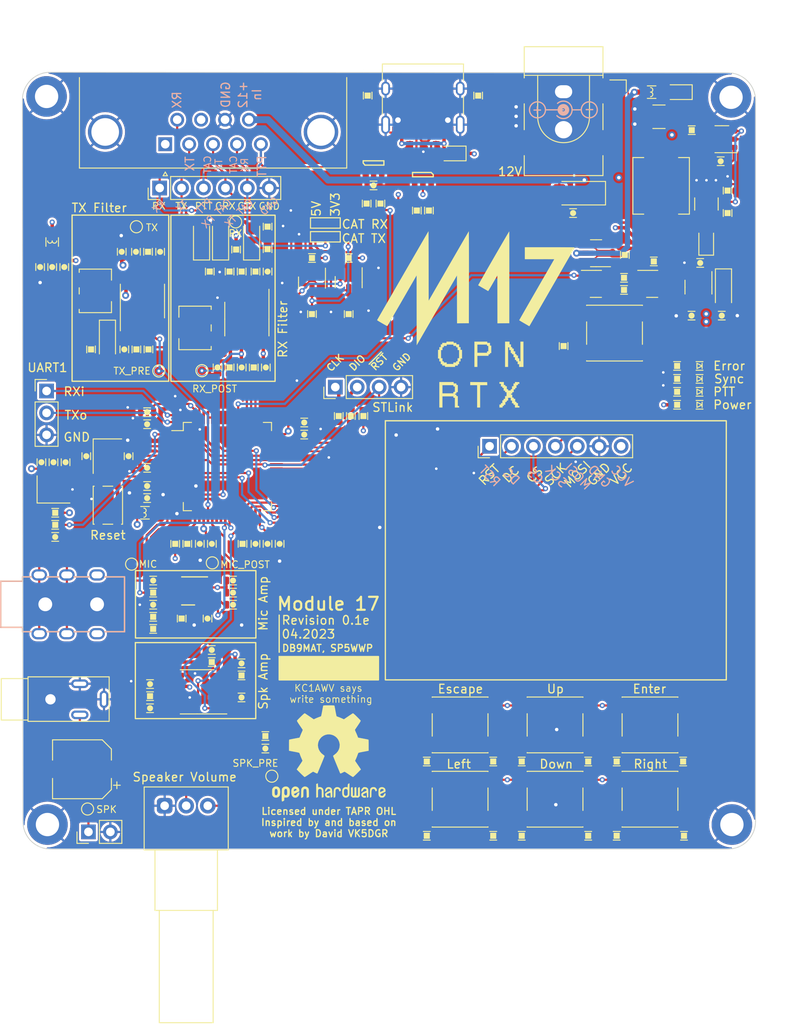
<source format=kicad_pcb>
(kicad_pcb (version 20221018) (generator pcbnew)
  (layers (0 "F.Cu" signal) (1 "In1.Cu" signal) (2 "In2.Cu" signal) (31 "B.Cu" signal) (34 "B.Paste" user) (35 "F.Paste" user) (36 "B.SilkS" user "B.Silkscreen") (37 "F.SilkS" user "F.Silkscreen") (38 "B.Mask" user) (39 "F.Mask" user) (44 "Edge.Cuts" user))
  (net 0 "")
  (net 1 "VDD")
  (net 2 "GND")
  (net 3 "Net-(U10-VCAP_1)")
  (net 4 "Net-(U10-VCAP_2)")
  (net 5 "Net-(U10-PH1)")
  (net 6 "VDDA")
  (net 7 "+5V")
  (net 8 "BASEBAND_RX")
  (net 9 "Net-(U1-MICIN)")
  (net 10 "NRST")
  (net 11 "Net-(U1-CT)")
  (net 12 "AUDIO_SPK")
  (net 13 "VAA")
  (net 14 "Net-(U1-BIAS)")
  (net 15 "Net-(C32-Pad1)")
  (net 16 "Net-(X1-OUT)")
  (net 17 "Net-(U1-CG)")
  (net 18 "Net-(C20-Pad1)")
  (net 19 "Net-(C20-Pad2)")
  (net 20 "Net-(IC1-+IN)")
  (net 21 "Net-(C45-Pad2)")
  (net 22 "Net-(IC1--IN)")
  (net 23 "Net-(IC1-VO1)")
  (net 24 "Net-(C51-Pad1)")
  (net 25 "Net-(C52-Pad1)")
  (net 26 "Net-(C53-Pad1)")
  (net 27 "Net-(IC1-VO2)")
  (net 28 "Net-(U7B-+)")
  (net 29 "Net-(C56-Pad1)")
  (net 30 "Net-(U6B--)")
  (net 31 "Net-(Q1-G)")
  (net 32 "Net-(C36-Pad2)")
  (net 33 "Net-(D1-PadA)")
  (net 34 "Net-(D2-PadA)")
  (net 35 "Net-(D3-PadA)")
  (net 36 "Net-(D4-PadA)")
  (net 37 "MIC")
  (net 38 "SPEAKER")
  (net 39 "Net-(C59-Pad1)")
  (net 40 "/Microcontroller/xUDP")
  (net 41 "Net-(U6B-+)")
  (net 42 "Net-(C57-Pad2)")
  (net 43 "/Microcontroller/xUDN")
  (net 44 "Net-(U7A-+)")
  (net 45 "Net-(U2-BST)")
  (net 46 "+12V")
  (net 47 "RADIO_TX")
  (net 48 "Net-(C10-Pad2)")
  (net 49 "Net-(U2-SW)")
  (net 50 "RADIO_PTT")
  (net 51 "RADIO_RX")
  (net 53 "Net-(D8-A)")
  (net 54 "SWDIO")
  (net 55 "SWCLK")
  (net 56 "Net-(D6-A)")
  (net 57 "Net-(R6-Pad1)")
  (net 58 "BTN_UP")
  (net 59 "Net-(R10-Pad1)")
  (net 60 "BTN_DOWN")
  (net 61 "Net-(R11-Pad1)")
  (net 62 "Net-(R12-Pad1)")
  (net 63 "~{BOOT0}")
  (net 64 "BTN_LEFT")
  (net 65 "Net-(R17-Pad1)")
  (net 66 "Net-(R18-Pad1)")
  (net 67 "BTN_RIGHT")
  (net 68 "GPIO_POWER")
  (net 69 "SPI1_SCK")
  (net 70 "LED-PTT")
  (net 71 "LED-SYNC")
  (net 72 "LED-ERROR")
  (net 73 "Net-(R28-Pad1)")
  (net 74 "USB_DN")
  (net 75 "USB_DP")
  (net 76 "~{PTT_IN}")
  (net 77 "AUDIO_MIC")
  (net 78 "Net-(R41-Pad2)")
  (net 79 "BASEBAND_TX")
  (net 80 "Net-(D9-A)")
  (net 81 "~{PTT_OUT}")
  (net 82 "Net-(D7-Pad2)")
  (net 83 "SPK_MUTE")
  (net 84 "USART3_TX")
  (net 85 "CAT_TXout")
  (net 86 "CAT_RXin")
  (net 87 "USART3_RX")
  (net 88 "Net-(J2-CC1)")
  (net 90 "USART1_RX")
  (net 91 "Net-(J2-CC2)")
  (net 92 "USART1_TX")
  (net 94 "Net-(Q2-D)")
  (net 95 "MIC_GAIN")
  (net 96 "BTN_ENT")
  (net 97 "Net-(Q3-S)")
  (net 98 "Net-(J9-Pin_1)")
  (net 99 "Net-(R42-Pad1)")
  (net 100 "Net-(J9-Pin_2)")
  (net 101 "I2C_SDA")
  (net 102 "I2C_SCL")
  (net 103 "~{MIC_MUTE}")
  (net 104 "Net-(U1-MICBIAS)")
  (net 105 "Net-(U10-PB2)")
  (net 106 "Net-(U1-GAIN)")
  (net 107 "OLED_SPI_MOSI")
  (net 108 "OLED_SPI_SCK")
  (net 109 "OLED_DC")
  (net 110 "OLED_RST")
  (net 111 "Net-(U1-TH)")
  (net 112 "OLED_CS")
  (net 113 "Net-(U6A--)")
  (net 114 "Net-(U2-EN)")
  (net 115 "VBAT")
  (net 116 "SPI1_MISO")
  (net 117 "SPI1_MOSI")
  (net 118 "Net-(R29-Pad1)")
  (net 119 "Net-(U2-FB)")
  (net 120 "Net-(R62-Pad2)")
  (net 121 "Net-(U7A--)")
  (net 123 "Net-(D7-Pad3)")
  (net 124 "Net-(Q4-D)")
  (net 127 "Net-(C58-Pad2)")
  (net 131 "TCXO")
  (net 132 "Net-(Q4-G)")
  (net 135 "VIN")
  (net 139 "Net-(Q5-B)")
  (net 140 "Net-(Q5-C)")
  (net 141 "Net-(U10-PA3)")
  (net 142 "Net-(R63-Pad1)")
  (footprint "pkl_dipol:R_0603" (layer "F.Cu") (at 115.95 122.4 180)
    (fp_text reference "R14")
    (fp_text value "470")
  )
  (footprint "pkl_dipol:C_0603" (layer "F.Cu") (at 83.55 73.35 180)
    (fp_text reference "C13")
    (fp_text value "100n")
  )
  (footprint "pkl_dipol:C_0603" (layer "F.Cu") (at 81.4 78.45 90)
    (fp_text reference "C6")
    (fp_text value "12p")
  )
  (footprint "pkl_dipol:R_0603" (layer "F.Cu") (at 83.885 106.235)
    (fp_text reference "R33")
    (fp_text value "2k")
  )
  (footprint "pkl_dipol:R_0603" (layer "F.Cu") (at 137.95 122.4 180)
    (fp_text reference "R20")
    (fp_text value "470")
  )
  (footprint "pkl_dipol:L_0805" (layer "F.Cu") (at 83.3 85 180)
    (fp_text reference "FB1")
    (fp_text value "FB0805")
  )
  (footprint "pkl_jumpers:J_NCNO_0903_20" (layer "F.Cu") (at 104.2 53.05)
    (fp_text reference "J4")
    (fp_text value "CAT_TX")
  )
  (footprint "pkl_dipol:C_0603" (layer "F.Cu") (at 150 44.3 180)
    (fp_text reference "C64")
    (fp_text value "100n")
  )
  (footprint "pkl_dipol:R_0603" (layer "F.Cu") (at 94.6 88.6 90)
    (fp_text reference "R5")
    (fp_text value "1k")
  )
  (footprint "pkl_dipol:R_0603" (layer "F.Cu") (at 96.105 57.075 -90)
    (fp_text reference "R41")
    (fp_text value "3k3")
  )
  (footprint "pkl_dipol:R_0603" (layer "F.Cu") (at 102.65 55.5 180)
    (fp_text reference "R59")
    (fp_text value "10k")
  )
  (footprint "pkl_dipol:R_0603" (layer "F.Cu") (at 144.95 72.5 180)
    (fp_text reference "R24")
    (fp_text value "680R")
  )
  (footprint "Capacitor_Tantalum_SMD:CP_EIA-3216-18_Kemet-A" (layer "F.Cu") (at 89.855 53.425 90)
    (fp_text reference "C56")
    (fp_text value "22u")
  )
  (footprint "pkl_dipol:R_0603" (layer "F.Cu") (at 110.58 49.2 90)
    (fp_text reference "R49")
    (fp_text value "47k")
  )
  (footprint "pkl_dipol:R_0603" (layer "F.Cu") (at 97.505 54.475 -90)
    (fp_text reference "R55")
    (fp_text value "DNP")
  )
  (footprint "pkl_dipol:R_0603" (layer "F.Cu") (at 90.805 57.075 90)
    (fp_text reference "R42")
    (fp_text value "10k")
  )
  (footprint "pkl_dipol:C_0603" (layer "F.Cu") (at 94.505 68.175 -90)
    (fp_text reference "C45")
    (fp_text value "10n")
  )
  (footprint "TestPoint:TestPoint_Pad_D1.0mm" (layer "F.Cu") (at 98 115.5)
    (fp_text reference "TP2")
    (fp_text value "TP_SPK_PRE")
  )
  (footprint "pkl_dipol:R_0603" (layer "F.Cu") (at 87.55 97.25 -90)
    (fp_text reference "R23")
    (fp_text value "100k")
  )
  (footprint "pkl_dipol:C_0603" (layer "F.Cu") (at 73.95 56.55 -90)
    (fp_text reference "C38")
    (fp_text value "100n")
  )
  (footprint "pkl_dipol:C_0603" (layer "F.Cu") (at 83.55 83.3 180)
    (fp_text reference "C11")
    (fp_text value "100n")
  )
  (footprint "pkl_dipol:C_0603" (layer "F.Cu") (at 98.9 88.6 -90)
    (fp_text reference "C16")
    (fp_text value "10n")
  )
  (footprint "pkl_buttons_switches:SW_SPST_PTS645" (layer "F.Cu") (at 137.7 64.2)
    (fp_text reference "SW8" hide)
    (fp_text value "Button Power")
  )
  (footprint "pkl_dipol:C_0603" (layer "F.Cu") (at 89.65 88.6 -90)
    (fp_text reference "C1")
    (fp_text value "100n")
  )
  (footprint "pkl_dipol:C_0603" (layer "F.Cu") (at 93.5 92.85)
    (fp_text reference "C46")
    (fp_text value "100n")
  )
  (footprint "pkl_dipol:C_0603" (layer "F.Cu") (at 150.12452 62.17548)
    (fp_text reference "C25")
    (fp_text value "1u")
  )
  (footprint "pkl_dipol:R_0603" (layer "F.Cu") (at 94.485 103.835 180)
    (fp_text reference "R31")
    (fp_text value "22k")
  )
  (footprint "Oscillator:Oscillator_SMD_Abracon_ASE-4Pin_3.2x2.5mm" (layer "F.Cu") (at 72.7 82.3)
    (fp_text reference "X1")
    (fp_text value "12 MHz TCXO")
  )
  (footprint "pkl_dipol:C_0603" (layer "F.Cu") (at 97.25 112.3)
    (fp_text reference "C10")
    (fp_text value "1n")
  )
  (footprint "Connector_PinHeader_2.54mm:PinHeader_1x07_P2.54mm_Vertical" (layer "F.Cu") (at 123.225 77.3 90)
    (fp_text reference "J3")
    (fp_text value "OLED")
  )
  (footprint "pkl_dipol:R_0603" (layer "F.Cu") (at 137.95 113.8 180)
    (fp_text reference "R19")
    (fp_text value "470")
  )
  (footprint "pkl_dipol:D_0603" (layer "F.Cu") (at 147.55 71 180)
    (fp_text reference "D2")
    (fp_text value "PTT")
  )
  (footprint "pkl_dipol:C_0603" (layer "F.Cu") (at 101.75 75.95 180)
    (fp_text reference "C5")
    (fp_text value "2u2")
  )
  (footprint "Connector_PinHeader_2.54mm:PinHeader_1x03_P2.54mm_Vertical" (layer "F.Cu") (at 71.9 70.9)
    (fp_text reference "J10")
    (fp_text value "UART")
  )
  (footprint "TestPoint:TestPoint_Pad_D1.0mm" (layer "F.Cu") (at 82.305 51.885)
    (fp_text reference "TP8")
    (fp_text value "TP_TX")
  )
  (footprint "M17-SmartMic:PJ-211A" (layer "F.Cu") (at 72.35 106.6)
    (fp_text reference "J1")
    (fp_text value "Kenwood-2.5")
  )
  (footprint "MountingHole:MountingHole_2.7mm_M2.5_DIN965_Pad" (layer "F.Cu") (at 151.3 121.1)
    (fp_text reference "H4")
    (fp_text value "M3")
  )
  (footprint "pkl_dipol:R_0603" (layer "F.Cu") (at 109.1 36.7 -90)
    (fp_text reference "R16")
    (fp_text value "5k1")
  )
  (footprint "Connector_PinHeader_2.54mm:PinHeader_1x06_P2.54mm_Vertical" (layer "F.Cu") (at 85 47.4 90)
    (fp_text reference "J11")
    (fp_text value "Radio_Opt")
  )
  (footprint "pkl_dipol:L_0805" (layer "F.Cu") (at 72.55 53.65 90)
    (fp_text reference "FB3")
    (fp_text value "FB0805")
  )
  (footprint "pkl_dipol:R_0603" (layer "F.Cu") (at 83.655 54.785 -90)
    (fp_text reference "R40")
    (fp_text value "3k9")
  )
  (footprint "MountingHole:MountingHole_2.7mm_M2.5_DIN965_Pad" (layer "F.Cu") (at 72 121.1)
    (fp_text reference "H3")
    (fp_text value "M3")
  )
  (footprint "pkl_dipol:R_0603" (layer "F.Cu") (at 116.2 50.01 -90)
    (fp_text reference "R28")
    (fp_text value "27")
  )
  (footprint "Diode_SMD:D_SOD-128" (layer "F.Cu") (at 133.5 48 180)
    (fp_text reference "D5" hide)
    (fp_text value "DFLT18A-7 ")
  )
  (footprint "Symbol:OSHW-Logo2_14.6x12mm_SilkScreen" (layer "F.Cu") (at 104.6 112.85)
    (fp_text reference "REF**" hide)
    (fp_text value "OSHW-Logo2_14.6x12mm_SilkScreen" hide)
  )
  (footprint "pkl_dipol:R_0603" (layer "F.Cu") (at 83.705 66.085 90)
    (fp_text reference "R38")
    (fp_text value "39k")
  )
  (footprint "pkl_connectors:USB_C_Receptacle_HRO_TYPE-C-31-M-12" (layer "F.Cu") (at 115.5 36.94 180)
    (fp_text reference "J2")
    (fp_text value "USB_C")
  )
  (footprint "pkl_dipol:C_0603" (layer "F.Cu") (at 83.55 74.75 180)
    (fp_text reference "C14")
    (fp_text value "10n")
  )
  (footprint "pkl_dipol:C_0603" (layer "F.Cu") (at 91.035 100.885 180)
    (fp_text reference "C35")
    (fp_text value "15p")
  )
  (footprint "pkl_dipol:D_0603" (layer "F.Cu") (at 147.55 69.5 180)
    (fp_text reference "D3")
    (fp_text value "Sync")
  )
  (footprint "pkl_dipol:C_0603" (layer "F.Cu") (at 83.885 107.635 180)
    (fp_text reference "C36")
    (fp_text value "100n")
  )
  (footprint "pkl_housings_sot:SOT-23" (layer "F.Cu") (at 109.78 44.5 -90)
    (fp_text reference "Q1")
    (fp_text value "IRLML2060")
  )
  (footprint "pkl_dipol:C_0603" (layer "F.Cu") (at 93.5 95.65)
    (fp_text reference "C29")
    (fp_text value "2u2")
  )
  (footprint "pkl_dipol:R_0603" (layer "F.Cu") (at 93.105 68.175 -90)
    (fp_text reference "R37")
    (fp_text value "3k9")
  )
  (footprint "pkl_dipol:R_0603" (layer "F.Cu") (at 106.9 55.5 180)
    (fp_text reference "R58")
    (fp_text value "10k")
  )
  (footprint "pkl_dipol:C_0603" (layer "F.Cu") (at 76.5 78.45 90)
    (fp_text reference "C3")
    (fp_text value "12p")
  )
  (footprint "pkl_dipol:C_0603" (layer "F.Cu") (at 94.485 106.385)
    (fp_text reference "C31")
    (fp_text value "100n")
  )
  (footprint "Capacitor_Tantalum_SMD:CP_EIA-3216-18_Kemet-A" (layer "F.Cu") (at 95.655 53.425 90)
    (fp_text reference "C58")
    (fp_text value "22u")
  )
  (footprint "pkl_dipol:R_0603" (layer "F.Cu") (at 84.25 94.25 180)
    (fp_text reference "R8")
    (fp_text value "0")
  )
  (footprint "Potentiometer_SMD:Potentiometer_Bourns_3224W_Vertical" (layer "F.Cu") (at 89.1 63.6 -90)
    (fp_text reference "RV2" hide)
    (fp_text value "10k")
  )
  (footprint "pkl_dipol:R_0603" (layer "F.Cu") (at 123.65 122.4 180)
    (fp_text reference "R12")
    (fp_text value "10k")
  )
  (footprint "Package_TO_SOT_SMD:SOT-23" (layer "F.Cu") (at 135.5625 54.95 180)
    (fp_text reference "Q4" hide)
    (fp_text value "IRLML2244")
  )
  (footprint "pkl_dipol:R_0603" (layer "F.Cu") (at 121.9 36.7 -90)
    (fp_text reference "R15")
    (fp_text value "5k1")
  )
  (footprint "pkl_dipol:R_0603" (layer "F.Cu") (at 102.65 62 90)
    (fp_text reference "R61")
    (fp_text value "10k")
  )
  (footprint "pkl_dipol:C_0603" (layer "F.Cu") (at 84.25 92.85)
    (fp_text reference "C9")
    (fp_text value "100n")
  )
  (footprint "pkl_dipol:R_0603" (layer "F.Cu") (at 97.25 110.85)
    (fp_text reference "R2")
    (fp_text value "22k")
  )
  (footprint "pkl_dipol:R_0603" (layer "F.Cu") (at 108.6 73.8 90)
    (fp_text reference "R50")
    (fp_text value "47k")
  )
  (footprint "pkl_jumpers:J_NCNO_0903_20" (layer "F.Cu") (at 104.2 51.45)
    (fp_text reference "J6")
    (fp_text value "CAT_TX")
  )
  (footprint "pkl_dipol:R_0603" (layer "F.Cu") (at 134.65 122.4 180)
    (fp_text reference "R9")
    (fp_text value "10k")
  )
  (footprint "pkl_dipol:R_0603" (layer "F.Cu") (at 138.8 57.8)
    (fp_text reference "R64")
    (fp_text value "10k")
  )
  (footprint "Diode_SMD:D_SOD-323" (layer "F.Cu") (at 148.32452 53.67548 90)
    (fp_text reference "D8")
    (fp_text value "BAT60A")
  )
  (footprint "pkl_housings_sot:SOT-23-6" (layer "F.Cu") (at 115.5 45.85 90)
    (fp_text reference "U3")
    (fp_text value "USBLC6-2")
  )
  (footprint "pkl_logos:heart_mask_025grid" (layer "F.Cu") (at 104.6 111.9)
    (fp_text reference "REF**" hide)
    (fp_text value "heart_mask_025grid" hide)
  )
  (footprint "Capacitor_Tantalum_SMD:CP_EIA-3216-18_Kemet-A" (layer "F.Cu") (at 150.32452 59.07548 -90)
    (fp_text reference "C18")
    (fp_text value "10u")
  )
  (footprint "pkl_dipol:R_0603" (layer "F.Cu") (at 97.505 51.875 -90)
    (fp_text reference "R52")
    (fp_text value "0")
  )
  (footprint "pkl_dipol:C_0603" (layer "F.Cu") (at 90.55 97.25 -90)
    (fp_text reference "C12")
    (fp_text value "100n")
  )
  (footprint "pkl_dipol:R_0603" (layer "F.Cu") (at 145.75 122.4 180)
    (fp_text reference "R18")
    (fp_text value "10k")
  )
  (footprint "pkl_dipol:C_0603" (layer "F.Cu") (at 85.055 54.785 90)
    (fp_text reference "C55")
    (fp_text value "680p")
  )
  (footprint "pkl_dipol:R_0603" (layer "F.Cu") (at 93.855 54.525 -90)
    (fp_text reference "R45")
    (fp_text value "22k")
  )
  (footprint "pkl_dipol:R_0603" (layer "F.Cu") (at 142.25 55.9)
    (fp_text reference "R67")
    (fp_text value "22k")
  )
  (footprint "Package_TO_SOT_SMD:SOT-23" (layer "F.Cu") (at 142.0625 58.5)
    (fp_text reference "Q5" hide)
    (fp_text value "MMBT3904")
  )
  (footprint "pkl_dipol:R_0603" (layer "F.Cu") (at 150.8 50.3 -90)
    (fp_text reference "R57")
    (fp_text value "126k")
  )
  (footprint "pkl_dipol:R_0603" (layer "F.Cu") (at 138.9 55.15 -90)
    (fp_text reference "R66")
    (fp_text value "22k")
  )
  (footprint "Capacitor_Tantalum_SMD:CP_EIA-3216-18_Kemet-A" (layer "F.Cu") (at 92.055 53.425 90)
    (fp_text reference "C59")
    (fp_text value "22u")
  )
  (footprint "TestPoint:TestPoint_Pad_D1.0mm" (layer "F.Cu") (at 89.9 68.55)
    (fp_text reference "TP6")
    (fp_text value "TP_BBRX")
  )
  (footprint "pkl_dipol:C_0603" (layer "F.Cu") (at 146.62452 62.17548 180)
    (fp_text reference "C23")
    (fp_text value "100n")
  )
  (footprint "pkl_dipol:R_0603" (layer "F.Cu") (at 77.05 66.085 90)
    (fp_text reference "R62")
    (fp_text value "1k")
  )
  (footprint "pkl_dipol:D_0603" (layer "F.Cu") (at 147.55 68 180)
    (fp_text reference "D4")
    (fp_text value "Error")
  )
  (footprint "TestPoint:TestPoint_Pad_D1.0mm" (layer "F.Cu") (at 81.75 90.95)
    (fp_text reference "TP1")
    (fp_text value "TP_MIC")
  )
  (footprint "Package_TO_SOT_SMD:SOT-23-5" (layer "F.Cu") (at 147.42452 58.87548 -90)
    (fp_text reference "U11")
    (fp_text value "TPS73233")
  )
  (footprint "M17-SmartMic:openrtx_logo_kicad" (layer "F.Cu") (at 122.147084 70.185333)
    (fp_text reference "Ref**" hide)
    (fp_text value "Val**" hide)
  )
  (footprint "pkl_dipol:R_0603" (layer "F.Cu") (at 84.25 98.45)
    (fp_text reference "R30")
    (fp_text value "150k")
  )
  (footprint "pkl_dipol:R_0603" (layer "F.Cu") (at 95.905 68.175 90)
    (fp_text reference "R39")
    (fp_text value "39k")
  )
  (footprint "Package_SO:SOIC-8_3.9x4.9mm_P1.27mm" (layer "F.Cu") (at 89.335 105.735 180)
    (fp_text reference "IC1")
    (fp_text value "LM4861M")
  )
  (footprint "Connector_PinHeader_2.54mm:PinHeader_1x04_P2.54mm_Vertical" (layer "F.Cu") (at 105.35 70.45 90)
    (fp_text reference "J9")
    (fp_text value "STLink")
  )
  (footprint "pkl_dipol:R_0603" (layer "F.Cu") (at 145.65 113.8 180)
    (fp_text reference "R17")
    (fp_text value "10k")
  )
  (footprint "pkl_dipol:R_0603" (layer "F.Cu") (at 72.9 86.4 180)
    (fp_text reference "R35")
    (fp_text value "2k2")
  )
  (footprint "pkl_dipol:R_0603" (layer "F.Cu") (at 82.305 66.085 -90)
    (fp_text reference "R36")
    (fp_text value "3k3")
  )
  (footprint "pkl_dipol:R_0603" (layer "F.Cu") (at 106.9 62 90)
    (fp_text reference "R60")
    (fp_text value "10k")
  )
  (footprint "pkl_dipol:C_0603" (layer "F.Cu") (at 80.905 66.085 90)
    (fp_text reference "C51")
    (fp_text value "10n")
  )
  (footprint "pkl_dipol:R_0603" (layer "F.Cu") (at 126.95 113.8 180)
    (fp_text reference "R7")
    (fp_text value "470")
  )
  (footprint "pkl_dipol:C_0603" (layer "F.Cu") (at 71.3 79.15 -90)
    (fp_text reference "C26")
    (fp_text value "4u7")
  )
  (footprint "pkl_dipol:C_0603" (layer "F.Cu") (at 74.1 79.15 90)
    (fp_text reference "C22")
    (fp_text value "100n")
  )
  (footprint "pkl_dipol:R_0603" (layer "F.Cu") (at 114.8 50.01 -90)
    (fp_text reference "R29")
    (fp_text value "27")
  )
  (footprint "pkl_dipol:R_0603" (layer "F.Cu") (at 144.95 71 180)
    (fp_text reference "R25")
    (fp_text value "680R")
  )
  (footprint "pkl_dipol:C_0603" (layer "F.Cu") (at 72.7 79.15 -90)
    (fp_text reference "C24")
    (fp_text value "100n")
  )
  (footprint "pkl_dipol:C_0603" (layer "F.Cu") (at 72.9 87.8)
    (fp_text reference "C32")
    (fp_text value "100n")
  )
  (footprint "Diode_SMD:D_SOD-323" (layer "F.Cu") (at 119 43.4 180)
    (fp_text reference "D9")
    (fp_text value "BAT60A")
  )
  (footprint "pkl_dipol:L_0805" (layer "F.Cu") (at 142 36.3 180)
    (fp_text reference "FB2")
    (fp_text value "FB0805")
  )
  (footprint "pkl_dipol:C_0603" (layer "F.Cu") (at 71.15 56.55 -90)
    (fp_text reference "C30")
    (fp_text value "22u")
  )
  (footprint "pkl_dipol:R_0603" (layer "F.Cu") (at 134.65 113.8 180)
    (fp_text reference "R6")
    (fp_text value "10k")
  )
  (footprint "pkl_dipol:R_0603" (layer "F.Cu") (at 138.8 59.2)
    (fp_text reference "R65")
    (fp_text value "100k")
  )
  (footprint "pkl_dipol:C_0603" (layer "F.Cu") (at 82.255 54.785 -90)
    (fp_text reference "C53")
    (fp_text value "10n")
  )
  (footprint "pkl_dipol:C_0603" (layer "F.Cu") (at 83.55 81.9 180)
    (fp_text reference "C8")
    (fp_text value "1u")
  )
  (footprint "Package_SO:SOIC-8_3.9x4.9mm_P1.27mm" (layer "F.Cu") (at 95.105 62.575 -90)
    (fp_text reference "U7")
    (fp_text value "MCP6002")
  )
  (footprint "Package_TO_SOT_SMD:SOT-23" (layer "F.Cu") (at 135.5375 58.5)
    (fp_text reference "D7" hide)
    (fp_text value "BAT54C")
  )
  (footprint "pkl_dipol:R_0603" (layer "F.Cu") (at 88.2 88.6 -90)
    (fp_text reference "R54")
    (fp_text value "10k")
  )
  (footprint "pkl_dipol:C_0603" (layer "F.Cu") (at 97.505 57.075 -90)
    (fp_text reference "C52")
    (fp_text value "10n")
  )
  (footprint "pkl_buttons_switches:SW_SPST_PTS645" (layer "F.Cu") (at 130.81 109.565)
    (fp_text reference "SW1")
    (fp_text value "Button Up")
  )
  (footprint "M17-SmartMic:M17-logo" (layer "F.Cu") (at 159.761166 101.736453)
    (fp_text reference "Ref**" hide)
    (fp_text value "Val**" hide)
  )
  (footprint "pkl_dipol:C_0603" (layer "F.Cu") (at 91.05 88.6 -90)
    (fp_text reference "C4")
    (fp_text value "10n")
  )
  (footprint "pkl_dipol:C_0603" (layer "F.Cu") (at 83.55 79.8)
    (fp_text reference "C27")
    (fp_text value "100n")
  )
  (footprint "pkl_dipol:C_0603" (layer "F.Cu") (at 97.5 88.6 -90)
    (fp_text reference "C17")
    (fp_text value "1u")
  )
  (footprint "Inductor_SMD:L_Vishay_IHLP-2525" (layer "F.Cu") (at 143.1 47.15 90)
    (fp_text reference "L1")
    (fp_text value "10u")
  )
  (footprint "pkl_dipol:R_0603" (layer "F.Cu") (at 84.25 97.05 180)
    (fp_text reference "R1")
    (fp_text value "2k2")
  )
  (footprint "Connector_PinHeader_2.54mm:PinHeader_1x02_P2.54mm_Vertical" (layer "F.Cu") (at 76.75 121.95 90)
    (fp_text reference "J12")
    (fp_text value "Speaker")
  )
  (footprint "pkl_dipol:R_0603" (layer "F.Cu") (at 144.95 69.5 180)
    (fp_text reference "R26")
    (fp_text value "680R")
  )
  (footprint "pkl_dipol:R_0603" (layer "F.Cu") (at 150.8 47.7 -90)
    (fp_text reference "R56")
    (fp_text value "24k")
  )
  (footprint "pkl_buttons_switches:SW_SPST_PTS645" (layer "F.Cu") (at 141.81 109.565)
    (fp_text reference "SW6")
    (fp_text value "Button Enter")
  )
  (footprint "M17-SmartMic:PJ-3136-B" (layer "F.Cu") (at 69.25 95.6)
    (fp_text reference "J5")
    (fp_text value "Kenwood-3.5")
  )
  (footprint "pkl_dipol:R_0603" (layer "F.Cu") (at 93.105 57.075 -90)
    (fp_text reference "R46")
    (fp_text value "22k")
  )
  (footprint "pkl_dipol:C_0603" (layer "F.Cu") (at 84.25 95.65 180)
    (fp_text reference "C21")
    (fp_text value "470n")
  )
  (footprint "TestPoint:TestPoint_Pad_D1.0mm" (layer "F.Cu") (at 91.1 90.8)
    (fp_text reference "TP3")
    (fp_text value "TP_MIC_POST")
  )
  (footprint "pkl_buttons_switches:SW_SPST_PTS645" (layer "F.Cu") (at 130.81 118.165)
    (fp_text reference "SW2")
    (fp_text value "Button Down")
  )
  (footprint "pkl_dipol:C_0603" (layer "F.Cu") (at 109.78 47.1)
    (fp_text reference "C54")
    (fp_text value "470p")
  )
  (footprint "Potentiometer_THT:Potentiometer_Alps_RK097_Single_Horizontal" (layer "F.Cu") (at 85.5764 118.9228 90)
    (fp_text reference "RV4" hide)
    (fp_text value "10k")
  )
  (footprint "TestPoint:TestPoint_Pad_D1.0mm" (layer "F.Cu") (at 93.805 51.325)
    (fp_text reference "TP7")
    (fp_text value "TP_RX")
  )
  (footprint "pkl_dipol:R_0603" (layer "F.Cu") (at 144.95 68 180)
    (fp_text reference "R27")
    (fp_text value "680R")
  )
  (footprint "TestPoint:TestPoint_Pad_D1.0mm" (layer "F.Cu") (at 84.905 68.585)
    (fp_text reference "TP5")
    (fp_text value "TP_BBTX")
  )
  (footprint "Capacitor_Tantalum_SMD:CP_EIA-3216-18_Kemet-A" (layer "F.Cu") (at 78.95 65.01 -90)
    (fp_text reference "C57")
    (fp_text value "22u")
  )
  (footprint "pkl_dipol:D_0603" (layer "F.Cu") (at 147.55 72.5 180)
    (fp_text reference "D1")
    (fp_text value "Power")
  )
  (footprint "pkl_buttons_switches:SW_SPST_PTS645" (layer "F.Cu") (at 119.81 118.165)
    (fp_text reference "SW5")
    (fp_text value "Button Left")
  )
  (footprint "pkl_dipol:R_0603" (layer "F.Cu") (at 72.9 85 180)
    (fp_text reference "R34")
    (fp_text value "10k")
  )
  (footprint "Diode_SMD:D_SOD-323" (layer "F.Cu") (at 145.2 36.3 180)
    (fp_text reference "D6")
    (fp_text value "BAT60A")
  )
  (footprint "Package_TO_SOT_SMD:SOT-23" (layer "F.Cu") (at 106.9 58.3 -90)
    (fp_text reference "Q2")
    (fp_text value "BSS138")
  )
  (footprint "Capacitor_SMD:C_1210_3225Metric" (layer "F.Cu") (at 148.35 49.25 90)
    (fp_text reference "C65")
    (fp_text value "22u")
  )
  (footprint "MountingHole:MountingHole_2.7mm_M2.5_DIN965_Pad" (layer "F.Cu") (at 151.2 36.9)
    (fp_text reference "H1")
    (fp_text value "M3")
  )
  (footprint "pkl_dipol:C_0603" (layer "F.Cu") (at 80.605 54.785 90)
    (fp_text reference "C60")
    (fp_text value "100n")
  )
  (footprint "pkl_buttons_switches:SW_SPST_PTS645" (layer "F.Cu") (at 141.81 118.165)
    (fp_text reference "SW7")
    (fp_text value "Button Right")
  )
  (footprint "TestPoint:TestPoint_Pad_D1.0mm" (layer "F.Cu") (at 76.65 119.3)
    (fp_text reference "TP4")
    (fp_text value "TP_SPK")
  )
  (footprint "Package_TO_SOT_SMD:SOT-23" (layer "F.Cu") (at 102.65 58.35 -90)
    (fp_text reference "Q3")
    (fp_text value "BSS138")
  )
  (footprint "pkl_dipol:C_0603" (layer "F.Cu") (at 96.1 88.6 90)
    (fp_text reference "C2")
    (fp_text value "2u2")
  )
  (footprint "pkl_dipol:R_0603" (layer "F.Cu") (at 115.95 113.8 180)
    (fp_text reference "R13")
    (fp_text value "470")
  )
  (footprint "pkl_dipol:R_0603" (layer "F.Cu") (at 126.95 122.4 180)
    (fp_text reference "R10")
    (fp_text value "470")
  )
  (footprint "pkl_dipol:R_0603" (layer "F.Cu") (at 146.65 40.7)
    (fp_text reference "R44")
    (fp_text value "100k")
  )
  (footprint "pkl_dipol:C_0603" (layer "F.Cu") (at 101.75 74.55)
    (fp_text reference "C7")
    (fp_text value "100n")
  )
  (footprint "Package_SO:SOIC-8_3.9x4.9mm_P1.27mm" (layer "F.Cu") (at 83.005 60.485 90)
    (fp_text reference "U6")
    (fp_text value "MCP6002")
  )
  (footprint "pkl_buttons_switches:SW_SPST_PTS645" (layer "F.Cu") (at 119.81 109.565)
    (fp_text reference "SW4")
    (fp_text value "Button Escape")
  )
  (footprint "pkl_buttons_switches:SW_SPST_3x4x2.5" (layer "F.Cu") (at 79 84.125 90)
    (fp_text reference "SW3")
    (fp_text value "Reset")
  )
  (footprint "pkl_dipol:R_0603" (layer "F.Cu") (at 107.15 73.8 90)
    (fp_text reference "R3")
    (fp_text value "22")
  )
  (footprint "pkl_dipol:R_0603" (layer "F.Cu") (at 94.505 57.075 90)
    (fp_text reference "R43")
    (fp_text value "22k")
  )
  (footprint "MountingHole:MountingHole_2.7mm_M2.5_DIN965_Pad" (layer "F.Cu") (at 71.9 36.8)
    (fp_text reference "H2")
    (fp_text value "M3")
  )
  (footprint "pkl_dipol:C_0603" (layer "F.Cu") (at 132.9 50.3)
    (fp_text reference "C61")
    (fp_text value "10n")
  )
  (footprint "pkl_dipol:R_0603" (layer "F.Cu") (at 105.75 73.8 90)
    (fp_text reference "R4")
    (fp_text value "22")
  )
  (footprint "pkl_dipol:C_0603" (layer "F.Cu") (at 94.485 102.435)
    (fp_text reference "C20")
    (fp_text value "220n")
  )
  (footprint "Package_QFP:LQFP-64_10x10mm_P0.5mm" (layer "F.Cu") (at 92.85 79.65)
    (fp_text reference "U10")
    (fp_text value "STM32F405RGTx")
  )
  (footprint "pkl_dipol:C_0603" (layer "F.Cu") (at 91.705 68.175 -90)
    (fp_text reference "C49")
    (fp_text value "680p")
  )
  (footprint "Capacitor_SMD:C_1210_3225Metric" (layer "F.Cu") (at 142.85 39.15 180)
    (fp_text reference "C62")
    (fp_text value "10u")
  )
  (footprint "pkl_dipol:R_0603" (layer "F.Cu") (at 123.65 113.8 180)
    (fp_text reference "R11")
    (fp_text value "10k")
  )
  (footprint "pkl_dipol:C_0603" (layer "F.Cu") (at 72.55 56.55 -90)
    (fp_text reference "C33")
    (fp_text value "1u")
  )
  (footprint "pkl_dipol:R_0603" (layer "F.Cu") (at 91.035 102.285 180)
    (fp_text reference "R32")
    (fp_text value "47k")
  )
  (footprint "pkl_dipol:C_0603" (layer "F.Cu") (at 97.305 68.175 -90)
    (fp_text reference "C48")
    (fp_text value "100n")
  )
  (footprint "Package_TO_SOT_SMD:SOT-23-6" (layer "F.Cu") (at 150.1375 41.75 180)
    (fp_text reference "U2")
    (fp_text value "TP6841S6")
  )
  (footprint "pkl_dipol:C_0603" (layer "F.Cu") (at 83.885 104.835 180)
    (fp_text reference "C43")
    (fp_text value "100n")
  )
  (footprint "Potentiometer_SMD:Potentiometer_Bourns_3224W_Vertical" (layer "F.Cu") (at 77.55 59.31 90)
    (fp_text reference "RV3" hide)
    (fp_text value "10k")
  )
  (footprint "pkl_dipol:R_0603" (layer "F.Cu") (at 131.8 65.7 90)
    (fp_text reference "R63")
    (fp_text value "100k")
  )
  (footprint "Crystal:Crystal_SMD_3225-4Pin_3.2x2.5mm" (layer "F.Cu") (at 78.95 78.45 -90)
    (fp_text reference "Y1")
    (fp_text value "8 MHz")
  )
  (footprint "Connector_BarrelJack:BarrelJack_CLIFF_FC681465S_SMT_Horizontal" (layer "F.Cu") (at 131.8 39.15 -90)
    (fp_text reference "J8")
    (fp_text value "+12V")
  )
  (footprint "pkl_dipol:C_0603" (layer "F.Cu") (at 147.62452 56.07548 180)
    (fp_text reference "C19")
    (fp_text value "100n")
  )
  (footprint "pkl_dipol:C_0603" (layer "F.Cu") (at 93.5 94.25)
    (fp_text reference "C47")
    (fp_text value "2u2")
  )
  (footprint "Package_DFN_QFN:DFN-14-1EP_3x3mm_P0.4mm_EP1.78x2.35mm" (layer "F.Cu") (at 89.05 94.05 180)
    (fp_text reference "U1")
    (fp_text value "MAX9814")
  )
  (footprint "pkl_dipol:R_0603" (layer "F.Cu") (at 86.8 88.6 90)
    (fp_text reference "R53")
    (fp_text value "39k")
  )
  (footprint "Connector_Dsub:DSUB-9_Female_Horizontal_P2.77x2.84mm_EdgePinOffset4.94mm_Housed_MountingHolesOffset7.48mm" (layer "F.Cu") (at 85.65 42.330331 180)
    (fp_text reference "J7")
    (fp_text value "Radio")
  )
  (footprint "pkl_dipol:R_0603" (layer "F.Cu") (at 108.98 49.2 -90)
    (fp_text reference "R51")
    (fp_text value "330")
  )
  (footprint "Capacitor_SMD:CP_Elec_6.3x7.7" (layer "F.Cu") (at 76 114.7 180)
    (fp_text reference "C40")
    (fp_text value "470u")
  )
  (footprint "Symbol:Symbol_Barrel_Polarity" (layer "B.Cu") (at 131.775 38.275 180)
    (fp_text reference "REF**" hide)
    (fp_text value "Symbol_Barrel_Polarity")
  )
  (gr_rect (start 98.85 101.65) (end 110.35 104.35) (stroke (width 0.15)) (fill solid) (layer "F.SilkS"))
  (gr_line (start 98.85 96.85) (end 98.85 101.15) (stroke (width 0.15)) (layer "F.SilkS"))
  (gr_rect (start 82.185 100.035) (end 96.135 108.835) (stroke (width 0.15)) (fill none) (layer "F.SilkS"))
  (gr_rect (start 74.855 50.535) (end 86.055 69.773688) (stroke (width 0.15)) (fill none) (layer "F.SilkS"))
  (gr_rect (start 86.3 50.55) (end 98.374475 69.783078) (stroke (width 0.15)) (fill none) (layer "F.SilkS"))
  (gr_rect (start 82.2 91.7) (end 96.15 99.5) (stroke (width 0.15)) (fill none) (layer "F.SilkS"))
  (gr_rect (start 111.15 74.35) (end 150.65 104.35) (stroke (width 0.15)) (fill none) (layer "F.SilkS"))
  (gr_arc (start 150.837258 34.062742) (mid 153.1 35) (end 154.037258 37.262742) (stroke (width 0.1)) (layer "Edge.Cuts"))
  (gr_line (start 72.362742 123.937258) (end 150.837258 123.937258) (stroke (width 0.1)) (layer "Edge.Cuts"))
  (gr_line (start 150.837258 34.062742) (end 72.3 34) (stroke (width 0.1)) (layer "Edge.Cuts"))
  (gr_arc (start 154.037258 120.737258) (mid 153.1 123) (end 150.837258 123.937258) (stroke (width 0.1)) (layer "Edge.Cuts"))
  (gr_arc (start 72.362742 123.937258) (mid 70.1 123) (end 69.162742 120.737258) (stroke (width 0.1)) (layer "Edge.Cuts"))
  (gr_arc (start 69.1 37.2) (mid 70.037258 34.937258) (end 72.3 34) (stroke (width 0.1)) (layer "Edge.Cuts"))
  (gr_line (start 69.1 37.2) (end 69.162742 120.737258) (stroke (width 0.1)) (layer "Edge.Cuts"))
  (gr_line (start 154.037258 120.737258) (end 154.037258 37.262742) (stroke (width 0.1)) (layer "Edge.Cuts"))
  (gr_text "+" (at 128.75 38.3) (layer "B.SilkS") (effects (font (size 1 1)) (justify mirror)))
  (gr_text "VCC" (at 138.549492 80.8 315) (layer "B.SilkS") (effects (font (size 1 1)) (justify mirror)))
  (gr_text "CAT\nTX" (at 91.2 44.7 90) (layer "B.SilkS") (effects (font (size 0.8 0.8) (thickness 0.12)) (justify mirror)))
  (gr_text "TX" (at 88.5 44.6 90) (layer "B.SilkS") (effects (font (size 1 1)) (justify mirror)))
  (gr_text "+12\nIn" (at 95.45 36.6 90) (layer "B.SilkS") (effects (font (size 1 1)) (justify mirror)))
  (gr_text "DC" (at 125.749492 80.8 315) (layer "B.SilkS") (effects (font (size 1 1)) (justify mirror)))
  (gr_text "CAT\nRX" (at 94.2 44.7 90) (layer "B.SilkS") (effects (font (size 0.8 0.8) (thickness 0.12)) (justify mirror)))
  (gr_text "CS" (at 128.499492 80.75 315) (layer "B.SilkS") (effects (font (size 1 1)) (justify mirror)))
  (gr_text "CAT TX" (at 94.2 50.3 45) (layer "B.SilkS") (effects (font (size 0.8 0.8) (thickness 0.12)) (justify mirror)))
  (gr_text "GND" (at 92.65 36.6 90) (layer "B.SilkS") (effects (font (size 1 1)) (justify mirror)))
  (gr_text "RX" (at 84.9 49.5 45) (layer "B.SilkS") (effects (font (size 0.8 0.8) (thickness 0.12)) (justify mirror)))
  (gr_text "PTT" (at 90.2 49.5 45) (layer "B.SilkS") (effects (font (size 0.8 0.8) (thickness 0.12)) (justify mirror)))
  (gr_text "RX" (at 87 37.2 90) (layer "B.SilkS") (effects (font (size 1 1)) (justify mirror)))
  (gr_text "TX" (at 87.6 49.5 45) (layer "B.SilkS") (effects (font (size 0.8 0.8) (thickness 0.12)) (justify mirror)))
  (gr_text "PTT" (at 96.85 44.9 90) (layer "B.SilkS") (effects (font (size 1 1)) (justify mirror)))
  (gr_text "SCK" (at 130.949492 80.8 315) (layer "B.SilkS") (effects (font (size 1 1)) (justify mirror)))
  (gr_text "-" (at 134.8 38.25) (layer "B.SilkS") (effects (font (size 1 1)) (justify mirror)))
  (gr_text "RST" (at 123.249492 80.75 315) (layer "B.SilkS") (effects (font (size 1 1)) (justify mirror)))
  (gr_text "GND" (at 97.7 49.5 45) (layer "B.SilkS") (effects (font (size 0.8 0.8) (thickness 0.12)) (justify mirror)))
  (gr_text "MOSI" (at 133.449492 80.8 315) (layer "B.SilkS") (effects (font (size 1 1)) (justify mirror)))
  (gr_text "CAT RX" (at 91.6 50.35 45) (layer "B.SilkS") (effects (font (size 0.8 0.8) (thickness 0.12)) (justify mirror)))
  (gr_text "GND" (at 135.949492 80.8 315) (layer "B.SilkS") (effects (font (size 1 1)) (justify mirror)))
  (gr_text "Revision 0.1e\n04.2023" (at 99.05 98.25) (layer "F.SilkS") (effects (font (size 1 1)) (justify left)))
  (gr_text "TXo" (at 75.3 73.7) (layer "F.SilkS") (effects (font (size 1 1))))
  (gr_text "Sync" (at 149.15 69.5) (layer "F.SilkS") (effects (font (size 1 1)) (justify left)))
  (gr_text "STLink" (at 112 72.8) (layer "F.SilkS") (effects (font (size 1 1))))
  (gr_text "Enter" (at 141.75 105.4) (layer "F.SilkS") (effects (font (size 1 1))))
  (gr_text "RX Filter" (at 99.27 63.75 90) (layer "F.SilkS") (effects (font (size 1 1))))
  (gr_text "CTX" (at 95.1 49.5) (layer "F.SilkS") (effects (font (size 0.8 0.8) (thickness 0.12))))
  (gr_text "TX" (at 84.105 51.985) (layer "F.SilkS") (effects (font (size 0.8 0.8) (thickness 0.12))))
  (gr_text "GND" (at 135.9 80.55 45) (layer "F.SilkS") (effects (font (size 1 1))))
  (gr_text "5V" (at 103.15 49.8 90) (layer "F.SilkS") (effects (font (size 1 1))))
  (gr_text "Up" (at 130.85 105.4) (layer "F.SilkS") (effects (font (size 1 1))))
  (gr_text "Escape" (at 119.85 105.4) (layer "F.SilkS") (effects (font (size 1 1))))
  (gr_text "3V3" (at 105.35 49.3 90) (layer "F.SilkS") (effects (font (size 1 1))))
  (gr_text "TX" (at 87.5 49.5) (layer "F.SilkS") (effects (font (size 0.8 0.8) (thickness 0.12))))
  (gr_text "Power" (at 149.05 72.5) (layer "F.SilkS") (effects (font (size 1 1)) (justify left)))
  (gr_text "CLK" (at 105.35 67.65 45) (layer "F.SilkS") (effects (font (size 0.8 0.8))))
  (gr_text "Mic Amp" (at 96.9975 95.5 90) (layer "F.SilkS") (effects (font (size 1 1))))
  (gr_text "CAT TX" (at 111.3 53.25) (layer "F.SilkS") (effects (font (size 1 1)) (justify right)))
  (gr_text "~{RST}" (at 110.45 67.55 45) (layer "F.SilkS") (effects (font (size 0.8 0.8))))
  (gr_text "Licensed under TAPR OHL\nInspired by and based on\nwork by David VK5DGR" (at 104.6 120.85) (layer "F.SilkS") (effects (font (size 0.8 0.8))))
  (gr_text "RX" (at 93.77 52.65) (layer "F.SilkS") (effects (font (size 0.8 0.8) (thickness 0.12))))
  (gr_text "GND" (at 97.7 49.5) (layer "F.SilkS") (effects (font (size 0.8 0.8) (thickness 0.12))))
  (gr_text "RX_POST" (at 91.37 70.65) (layer "F.SilkS") (effects (font (size 0.8 0.8) (thickness 0.12))))
  (gr_text "UART1" (at 72 68.2) (layer "F.SilkS") (effects (font (size 1 1))))
  (gr_text "RXi" (at 75.1 70.975) (layer "F.SilkS") (effects (font (size 1 1))))
  (gr_text "DB9MAT, SP5WWP" (at 99.1 101.15) (layer "F.SilkS") (effects (font (size 0.8 0.8)) (justify left bottom)))
  (gr_text "SCK" (at 130.9 80.55 45) (layer "F.SilkS") (effects (font (size 1 1))))
  (gr_text "Left" (at 119.65 114.1) (layer "F.SilkS") (effects (font (size 1 1))))
  (gr_text "Module 17" (at 98.45 95.55) (layer "F.SilkS") (effects (font (size 1.5 1.5) (thickness 0.25)) (justify left)))
  (gr_text "Right" (at 141.85 114.1) (layer "F.SilkS") (effects (font (size 1 1))))
  (gr_text "Error" (at 149.05 68) (layer "F.SilkS") (effects (font (size 1 1)) (justify left)))
  (gr_text "MIC_POST" (at 94.9 91) (layer "F.SilkS") (effects (font (size 0.8 0.8) (thickness 0.12))))
  (gr_text "Spk Amp" (at 96.9975 104.5225 90) (layer "F.SilkS") (effects (font (size 1 1))))
  (gr_text "CAT RX" (at 111.55 51.6) (layer "F.SilkS") (effects (font (size 1 1)) (justify right)))
  (gr_text "PTT" (at 149.05 71) (layer "F.SilkS") (effects (font (size 1 1)) (justify left)))
  (gr_text "SPK" (at 78.85 119.35) (layer "F.SilkS") (effects (font (size 0.8 0.8) (thickness 0.12))))
  (gr_text "Reset" (at 79 87.6) (layer "F.SilkS") (effects (font (size 1 1))))
  (gr_text "KC1AWV says \nwrite something" (at 104.85 105.95) (layer "F.SilkS") (effects (font (size 0.8 0.8) (thickness 0.1))))
  (gr_text "DIO" (at 107.9 67.65 45) (layer "F.SilkS") (effects (font (size 0.8 0.8))))
  (gr_text "VCC" (at 138.5 80.55 45) (layer "F.SilkS") (effects (font (size 1 1))))
  (gr_text "CS" (at 128.45 80.6 45) (layer "F.SilkS") (effects (font (size 1 1))))
  (gr_text "GND" (at 113.05 67.55 45) (layer "F.SilkS") (effects (font (size 0.8 0.8))))
  (gr_text "RX" (at 84.9 49.5) (layer "F.SilkS") (effects (font (size 0.8 0.8) (thickness 0.12))))
  (gr_text "CRX" (at 92.6 49.5) (layer "F.SilkS") (effects (font (size 0.8 0.8) (thickness 0.12))))
  (gr_text "PTT" (at 90.1 49.5) (layer "F.SilkS") (effects (font (size 0.8 0.8) (thickness 0.12))))
  (gr_text "RST" (at 123.2 80.6 45) (layer "F.SilkS") (effects (font (size 1 1))))
  (gr_text "TX Filter" (at 78 49.7) (layer "F.SilkS") (effects (font (size 1 1))))
  (gr_text "DC" (at 125.7 80.55 45) (layer "F.SilkS") (effects (font (size 1 1))))
  (gr_text "TX_PRE" (at 81.805 68.585) (layer "F.SilkS") (effects (font (size 0.8 0.8) (thickness 0.12))))
  (gr_text "MOSI" (at 133.4 80.55 45) (layer "F.SilkS") (effects (font (size 1 1))))
  (gr_text "Down" (at 130.95 114.1) (layer "F.SilkS") (effects (font (size 1 1))))
  (gr_text "GND" (at 75.4 76.25) (layer "F.SilkS") (effects (font (size 1 1))))
  (gr_text "Speaker Volume" (at 87.9 115.6) (layer "F.SilkS") (effects (font (size 1 1))))
  (gr_text "12V" (at 125.6 45.5) (layer "F.SilkS") (effects (font (size 1 1))))
  (gr_text "SPK_PRE" (at 96.1 114) (layer "F.SilkS") (effects (font (size 0.8 0.8) (thickness 0.12))))
  (gr_text "MIC" (at 83.65 90.95) (layer "F.SilkS") (effects (font (size 0.8 0.8) (thickness 0.12))))
  (segment (start 107.65 56.1) (end 107.65 55.5) (width 0.25) (layer "F.Cu") (net 1))
  (segment (start 90.1 87.85) (end 90.35 87.85) (width 0.25) (layer "F.Cu") (net 1))
  (segment (start 73.65 85) (end 74.55 85) (width 0.25) (layer "F.Cu") (net 1))
  (segment (start 93.855 53.775) (end 93.855 52.925) (width 0.4) (layer "F.Cu") (net 1))
  (segment (start 92.75 93.6) (end 92.75 94.25) (width 0.25) (layer "F.Cu") (net 1))
  (segment (start 107.85 57.3625) (end 107.85 56.3) (width 0.25) (layer "F.Cu") (net 1))
  (segment (start 97.5 87.35) (end 96.85 86.7) (width 0.25) (layer "F.Cu") (net 1))
  (segment (start 107.85 56.3) (end 107.65 56.1) (width 0.25) (layer "F.Cu") (net 1))
  (segment (start 125.285 115.915) (end 126.83 115.915) (width 0.25) (layer "F.Cu") (net 1))
  (segment (start 84.55 72.4) (end 84.3 72.65) (width 0.25) (layer "F.Cu") (net 1))
  (segment (start 92.75 93.6) (end 92.7 93.65) (width 0.25) (layer "F.Cu") (net 1))
  (segment (start 71.65 81.475) (end 71.65 80.25) (width 0.25) (layer "F.Cu") (net 1))
  (segment (start 96.6 86.45) (end 96.85 86.7) (width 0.25) (layer "F.Cu") (net 1))
  (segment (start 103.6 57.4125) (end 103.6 56.4) (width 0.25) (layer "F.Cu") (net 1))
  (segment (start 90.35 87.85) (end 90.35 87.099989) (width 0.25) (layer "F.Cu") (net 1))
  (segment (start 92.75 92.85) (end 92.75 93.6) (width 0.25) (layer "F.Cu") (net 1))
  (segment (start 136.285 107.315) (end 134.79 107.315) (width 0.25) (layer "F.Cu") (net 1))
  (segment (start 137.83 107.315) (end 145.79 107.315) (width 0.25) (layer "F.Cu") (net 1))
  (segment (start 103.6 56.4) (end 103.4 56.2) (width 0.25) (layer "F.Cu") (net 1))
  (segment (start 99.9 74.95) (end 100.3 74.55) (width 0.25) (layer "F.Cu") (net 1))
  (segment (start 144.2 72.5) (end 143.4 72.5) (width 0.4) (layer "F.Cu") (net 1))
  (segment (start 125.285 107.315) (end 123.79 107.315) (width 0.25) (layer "F.Cu") (net 1))
  (segment (start 90.1 85.325) (end 90.1 86.849989) (width 0.25) (layer "F.Cu") (net 1))
  (segment (start 91.7 93.65) (end 90.525 93.65) (width 0.25) (layer "F.Cu") (net 1))
  (segment (start 99.9 75.55) (end 99.9 74.95) (width 0.25) (layer "F.Cu") (net 1))
  (segment (start 89.1 73.1) (end 89.1 73.975) (width 0.25) (layer "F.Cu") (net 1))
  (segment (start 134.79 115.915) (end 136.285 115.915) (width 0.25) (layer "F.Cu") (net 1))
  (segment (start 107.65 55.5) (end 108.5 55.5) (width 0.25) (layer "F.Cu") (net 1))
  (segment (start 99.55 75.9) (end 99.9 75.55) (width 0.25) (layer "F.Cu") (net 1))
  (segment (start 100.3 74.55) (end 101 74.55) (width 0.25) (layer "F.Cu") (net 1))
  (segment (start 86.8 89.35) (end 86.8 90.3) (width 0.25) (layer "F.Cu") (net 1))
  (segment (start 88.6 72.6) (end 89.1 73.1) (width 0.25) (layer "F.Cu") (net 1))
  (segment (start 103.4 56.2) (end 103.4 55.5) (width 0.25) (layer "F.Cu") (net 1))
  (segment (start 71.3 79.9) (end 70.15 79.9) (width 0.25) (layer "F.Cu") (net 1))
  (segment (start 82.4 85) (end 82.4 86.35) (width 0.25) (layer "F.Cu") (net 1))
  (segment (start 136.285 115.915) (end 137.83 115.915) (width 0.25) (layer "F.Cu") (net 1))
  (segment (start 90.35 87.85) (end 91.05 87.85) (width 0.25) (layer "F.Cu") (net 1))
  (segment (start 92.7 93.65) (end 91.7 93.65) (width 0.25) (layer "F.Cu") (net 1))
  (segment (start 137.83 107.315) (end 136.285 107.315) (width 0.25) (layer "F.Cu") (net 1))
  (segment (start 89.65 87.85) (end 90.1 87.85) (width 0.25) (layer "F.Cu") (net 1))
  (segment (start 71.3 79.9) (end 72.7 79.9) (width 0.25) (layer "F.Cu") (net 1))
  (segment (start 90.35 87.099989) (end 90.1 86.849989) (width 0.25) (layer "F.Cu") (net 1))
  (segment (start 88.6 72.6) (end 88.4 72.4) (width 0.25) (layer "F.Cu") (net 1))
  (segment (start 123.79 107.315) (end 115.83 107.315) (width 0.25) (layer "F.Cu") (net 1))
  (segment (start 103.4 55.5) (end 104.2 55.5) (width 0.25) (layer "F.Cu") (net 1))
  (segment (start 71.65 80.25) (end 71.3 79.9) (width 0.25) (layer "F.Cu") (net 1))
  (segment (start 97.5 87.85) (end 97.5 87.35) (width 0.25) (layer "F.Cu") (net 1))
  (segment (start 98.525 75.9) (end 99.55 75.9) (width 0.25) (layer "F.Cu") (net 1))
  (segment (start 126.83 107.315) (end 125.285 107.315) (width 0.25) (layer "F.Cu") (net 1))
  (segment (start 137.83 115.915) (end 145.79 115.915) (width 0.25) (layer "F.Cu") (net 1))
  (segment (start 123.79 115.915) (end 125.285 115.915) (width 0.25) (layer "F.Cu") (net 1))
  (segment (start 88.4 72.4) (end 84.55 72.4) (width 0.25) (layer "F.Cu") (net 1))
  (segment (start 84.3 72.65) (end 84.3 73.35) (width 0.25) (layer "F.Cu") (net 1))
  (segment (start 134.79 107.315) (end 126.83 107.315) (width 0.25) (layer "F.Cu") (net 1))
  (segment (start 126.83 115.915) (end 134.79 115.915) (width 0.25) (layer "F.Cu") (net 1))
  (segment (start 97.5 87.85) (end 98.9 87.85) (width 0.25) (layer "F.Cu") (net 1))
  (segment (start 108.6 74.55) (end 108.6 75.5) (width 0.25) (layer "F.Cu") (net 1))
  (segment (start 84.3 73.35) (end 84.3 74.75) (width 0.25) (layer "F.Cu") (net 1))
  (segment (start 96.6 85.325) (end 96.6 86.45) (width 0.25) (layer "F.Cu") (net 1))
  (segment (start 115.83 115.915) (end 123.79 115.915) (width 0.25) (layer "F.Cu") (net 1))
  (via (at 90.1 86.849989) (size 0.8) (drill 0.4) (layers "F.Cu" "B.Cu") (net 1))
  (via (at 93.855 52.925) (size 0.6) (drill 0.3) (layers "F.Cu" "B.Cu") (net 1))
  (via (at 108.6 75.5) (size 0.6) (drill 0.3) (layers "F.Cu" "B.Cu") (net 1))
  (via (at 143.4 72.5) (size 0.6) (drill 0.3) (layers "F.Cu" "B.Cu") (net 1))
  (via (at 125.285 115.915) (size 0.6) (drill 0.3) (layers "F.Cu" "B.Cu") (net 1))
  (via (at 91.7 93.65) (size 0.6) (drill 0.3) (layers "F.Cu" "B.Cu") (net 1))
  (via (at 136.285 107.315) (size 0.6) (drill 0.3) (layers "F.Cu" "B.Cu") (net 1))
  (via (at 108.5 55.5) (size 0.6) (drill 0.3) (layers "F.Cu" "B.Cu") (net 1))
  (via (at 82.4 86.35) (size 0.8) (drill 0.4) (layers "F.Cu" "B.Cu") (net 1))
  (via (at 74.55 85) (size 0.8) (drill 0.4) (layers "F.Cu" "B.Cu") (net 1))
  (via (at 86.8 90.3) (size 0.6) (drill 0.3) (layers "F.Cu" "B.Cu") (net 1))
  (via (at 136.285 115.915) (size 0.6) (drill 0.3) (layers "F.Cu" "B.Cu") (net 1))
  (via (at 96.85 86.7) (size 0.6) (drill 0.3) (layers "F.Cu" "B.Cu") (net 1))
  (via (at 88.6 72.6) (size 0.6) (drill 0.3) (layers "F.Cu" "B.Cu") (net 1))
  (via (at 148.32452 61.97548) (size 0.8) (drill 0.4) (layers "F.Cu" "B.Cu") (net 1))
  (via (at 148.32452 62.87548) (size 0.8) (drill 0.4) (layers "F.Cu" "B.Cu") (net 1))
  (via (at 125.285 107.315) (size 0.6) (drill 0.3) (layers "F.Cu" "B.Cu") (net 1))
  (via (at 99.9 75.55) (size 0.8) (drill 0.4) (layers "F.Cu" "B.Cu") (net 1))
  (via (at 104.2 55.5) (size 0.6) (drill 0.3) (layers "F.Cu" "B.Cu") (net 1))
  (via (at 70.15 79.9) (size 0.8) (drill 0.4) (layers "F.Cu" "B.Cu") (net 1))
  (segment (start 90.525 94.05) (end 89.05 94.05) (width 0.25) (layer "F.Cu") (net 2))
  (segment (start 83.5 95.65) (end 82.7 95.65) (width 0.25) (layer "F.Cu") (net 2))
  (segment (start 87.575 94.05) (end 89.05 94.05) (width 0.25) (layer "F.Cu") (net 2))
  (via (at 121.4 80.4) (size 0.6) (drill 0.3) (layers "F.Cu" "B.Cu") (net 2))
  (via (at 81.9 74.05) (size 0.6) (drill 0.3) (layers "F.Cu" "B.Cu") (net 2))
  (via (at 98.9 90.6) (size 0.8) (drill 0.4) (layers "F.Cu" "B.Cu") (net 2))
  (via (at 151.92452 62.17548) (size 0.8) (drill 0.4) (layers "F.Cu" "B.Cu") (net 2))
  (via (at 81.7 104.5) (size 0.6) (drill 0.3) (layers "F.Cu" "B.Cu") (net 2))
  (via (at 88.485 106.385) (size 0.6) (drill 0.3) (layers "F.Cu" "B.Cu") (net 2))
  (via (at 87.4 73.1) (size 0.6) (drill 0.3) (layers "F.Cu" "B.Cu") (net 2))
  (via (at 89.2 81.9) (size 0.8) (drill 0.4) (layers "F.Cu" "B.Cu") (net 2))
  (via (at 71.15 58.35) (size 0.8) (drill 0.4) (layers "F.Cu" "B.Cu") (net 2))
  (via (at 110.35 56.65) (size 0.6) (drill 0.3) (layers "F.Cu" "B.Cu") (net 2))
  (via (at 117.05 79.9) (size 0.6) (drill 0.3) (layers "F.Cu" "B.Cu") (net 2))
  (via (at 130.9 118.8) (size 0.8) (drill 0.4) (layers "F.Cu" "B.Cu") (net 2))
  (via (at 131 110.1) (size 0.8) (drill 0.4) (layers "F.Cu" "B.Cu") (net 2))
  (via (at 99.2 58.4) (size 0.6) (drill 0.3) (layers "F.Cu" "B.Cu") (net 2))
  (via (at 99.3 51.8) (size 0.6) (drill 0.3) (layers "F.Cu" "B.Cu") (net 2))
  (via (at 89.7 90.5) (size 0.8) (drill 0.4) (layers "F.Cu" "B.Cu") (net 2))
  (via (at 89.1 103.6) (size 0.6) (drill 0.3) (layers "F.Cu" "B.Cu") (net 2))
  (via (at 104.85 61.75) (size 0.6) (drill 0.3) (layers "F.Cu" "B.Cu") (net 2))
  (via (at 91.7 60.1) (size 0.6) (drill 0.3) (layers "F.Cu" "B.Cu") (net 2))
  (via (at 101.15 52.75) (size 0.6) (drill 0.3) (layers "F.Cu" "B.Cu") (net 2))
  (via (at 109.2 61.6) (size 0.6) (drill 0.3) (layers "F.Cu" "B.Cu") (net 2))
  (via (at 94.5 98) (size 0.8) (drill 0.4) (layers "F.Cu" "B.Cu") (net 2))
  (via (at 112.4 76) (size 0.8) (drill 0.4) (layers "F.Cu" "B.Cu") (net 2))
  (via (at 150.8 46.05) (size 0.6) (drill 0.3) (layers "F.Cu" "B.Cu") (net 2))
  (via (at 104.6 78.6) (size 0.6) (drill 0.3) (layers "F.Cu" "B.Cu") (net 2))
  (via (at 100.9 69.7) (size 0.6) (drill 0.3) (layers "F.Cu" "B.Cu") (net 2))
  (via (at 140.05 38.25) (size 0.8) (drill 0.4) (layers "F.Cu" "B.Cu") (net 2))
  (via (at 140.05 40) (size 0.8) (drill 0.4) (layers "F.Cu" "B.Cu") (net 2))
  (via (at 144.85 62.2) (size 0.8) (drill 0.4) (layers "F.Cu" "B.Cu") (net 2))
  (via (at 148.35 46.5) (size 0.6) (drill 0.3) (layers "F.Cu" "B.Cu") (net 2))
  (via (at 115.55 43.2) (size 0.6) (drill 0.3) (layers "F.Cu" "B.Cu") (net 2))
  (via (at 81.3 72.8) (size 0.6) (drill 0.3) (layers "F.Cu" "B.Cu") (net 2))
  (via (at 80.55 52.91) (size 0.8) (drill 0.4) (layers "F.Cu" "B.Cu") (net 2))
  (via (at 149.45 46.5) (size 0.6) (drill 0.3) (layers "F.Cu" "B.Cu") (net 2))
  (via (at 90.905 51.125) (size 0.8) (drill 0.4) (layers "F.Cu" "B.Cu") (net 2))
  (via (at 126.3 38) (size 0.8) (drill 0.4) (layers "F.Cu" "B.Cu") (net 2))
  (via (at 100.2 50) (size 0.6) (drill 0.3) (layers "F.Cu" "B.Cu") (net 2))
  (via (at 85.4 82.9) (size 0.8) (drill 0.4) (layers "F.Cu" "B.Cu") (net 2))
  (via (at 126.3 39.1) (size 0.8) (drill 0.4) (layers "F.Cu" "B.Cu") (net 2))
  (via (at 143.35 70.25) (size 0.6) (drill 0.3) (layers "F.Cu" "B.Cu") (net 2))
  (via (at 110.5 86.7) (size 0.8) (drill 0.4) (layers "F.Cu" "B.Cu") (net 2))
  (via (at 126.3 40.2) (size 0.8) (drill 0.4) (layers "F.Cu" "B.Cu") (net 2))
  (via (at 81.5 82.7) (size 0.8) (drill 0.4) (layers "F.Cu" "B.Cu") (net 2))
  (via (at 91.955 57.125) (size 0.6) (drill 0.3) (layers "F.Cu" "B.Cu") (net 2))
  (via (at 103.65 75.3) (size 0.6) (drill 0.3) (layers "F.Cu" "B.Cu") (net 2))
  (via (at 74.9 82.3) (size 0.6) (drill 0.3) (layers "F.Cu" "B.Cu") (net 2))
  (via (at 117.2 75.3) (size 0.8) (drill 0.4) (layers "F.Cu" "B.Cu") (net 2))
  (via (at 87 85.1) (size 0.8) (drill 0.4) (layers "F.Cu" "B.Cu") (net 2))
  (via (at 82.7 95.65) (size 0.6) (drill 0.3) (layers "F.Cu" "B.Cu") (net 2))
  (via (at 143.35 68.75) (size 0.6) (drill 0.3) (layers "F.Cu" "B.Cu") (net 2))
  (via (at 81.3 76.6) (size 0.8) (drill 0.4) (layers "F.Cu" "B.Cu") (net 2))
  (via (at 133.2 79.1) (size 0.6) (drill 0.3) (layers "F.Cu" "B.Cu") (net 2))
  (via (at 77.1 83.4) (size 0.6) (drill 0.3) (layers "F.Cu" "B.Cu") (net 2))
  (via (at 147.2 46.5) (size 0.6) (drill 0.3) (layers "F.Cu" "B.Cu") (net 2))
  (via (at 101.35 61.75) (size 0.6) (drill 0.3) (layers "F.Cu" "B.Cu") (net 2))
  (via (at 86.8 71.5) (size 0.6) (drill 0.3) (layers "F.Cu" "B.Cu") (net 2))
  (via (at 81.5 80.2) (size 0.6) (drill 0.3) (layers "F.Cu" "B.Cu") (net 2))
  (via (at 145.8 56.05) (size 0.6) (drill 0.3) (layers "F.Cu" "B.Cu") (net 2))
  (via (at 89 98) (size 0.8) (drill 0.4) (layers "F.Cu" "B.Cu") (net 2))
  (via (at 89.65 75.35) (size 0.6) (drill 0.3) (layers "F.Cu" "B.Cu") (net 2))
  (segment (start 96.1 85.325) (end 96.1 87.85) (width 0.25) (layer "F.Cu") (net 3))
  (segment (start 98.525 76.4) (end 100.55 76.4) (width 0.25) (layer "F.Cu") (net 4))
  (segment (start 100.55 76.4) (end 101 75.95) (width 0.25) (layer "F.Cu") (net 4))
  (segment (start 87.175 78.4) (end 82.5 78.4) (width 0.25) (layer "F.Cu") (net 5))
  (segment (start 80.15 79.2) (end 79.8 79.55) (width 0.25) (layer "F.Cu") (net 5))
  (segment (start 81.7 79.2) (end 81.4 79.2) (width 0.25) (layer "F.Cu") (net 5))
  (segment (start 81.4 79.2) (end 80.15 79.2) (width 0.25) (layer "F.Cu") (net 5))
  (segment (start 82.5 78.4) (end 81.7 79.2) (width 0.25) (layer "F.Cu") (net 5))
  (segment (start 84.3 81.9) (end 84.3 83.3) (width 0.25) (layer "F.Cu") (net 6))
  (segment (start 84.3 83.3) (end 84.3 84.9) (width 0.25) (layer "F.Cu") (net 6))
  (segment (start 87.175 81.9) (end 84.3 81.9) (width 0.25) (layer "F.Cu") (net 6))
  (segment (start 84.3 84.9) (end 84.2 85) (width 0.25) (layer "F.Cu") (net 6))
  (segment (start 88.4 105.1) (end 88.485 105.185) (width 0.4) (layer "F.Cu") (net 7))
  (segment (start 148.05 58.75) (end 148.37452 58.42548) (width 0.4) (layer "F.Cu") (net 7))
  (segment (start 145.73798 57.73798) (end 145.15 57.15) (width 0.4) (layer "F.Cu") (net 7))
  (segment (start 121.4 43.4) (end 121.45 43.45) (width 0.4) (layer "F.Cu") (net 7))
  (segment (start 86.86 105.1) (end 85.55 105.1) (width 0.4) (layer "F.Cu") (net 7))
  (segment (start 102.65 62.75) (end 106.9 62.75) (width 0.25) (layer "F.Cu") (net 7))
  (segment (start 85.285 104.835) (end 84.635 104.835) (width 0.4) (layer "F.Cu") (net 7))
  (segment (start 143.9 53.7) (end 140.6 53.7) (width 0.4) (layer "F.Cu") (net 7))
  (segment (start 148.37452 57.73798) (end 150.31202 57.73798) (width 0.4) (layer "F.Cu") (net 7))
  (segment (start 138.9 52) (end 137.8 52) (width 0.4) (layer "F.Cu") (net 7))
  (segment (start 145.15 54.95) (end 143.9 53.7) (width 0.4) (layer "F.Cu") (net 7))
  (segment (start 115.5 46.95) (end 115.5 48.15) (width 0.25) (layer "F.Cu") (net 7))
  (segment (start 112.65 61.5) (end 112.65 48.15) (width 0.25) (layer "F.Cu") (net 7))
  (segment (start 148.37452 58.42548) (end 148.37452 57.73798) (width 0.4) (layer "F.Cu") (net 7))
  (segment (start 111.4 62.75) (end 112.65 61.5) (width 0.25) (layer "F.Cu") (net 7))
  (segment (start 106.9 62.75) (end 111.4 62.75) (width 0.25) (layer "F.Cu") (net 7))
  (segment (start 85.55 105.1) (end 85.285 104.835) (width 0.4) (layer "F.Cu") (net 7))
  (segment (start 146.82404 58.75) (end 148.05 58.75) (width 0.4) (layer "F.Cu") (net 7))
  (segment (start 148.32452 56.02548) (end 148.37452 56.07548) (width 0.4) (layer "F.Cu") (net 7))
  (segment (start 86.86 105.1) (end 88.4 105.1) (width 0.4) (layer "F.Cu") (net 7))
  (segment (start 72.55 52.75) (end 72.55 51.35) (width 0.4) (layer "F.Cu") (net 7))
  (segment (start 140.6 53.7) (end 138.9 52) (width 0.4) (layer "F.Cu") (net 7))
  (segment (start 148.37452 56.07548) (end 148.37452 57.73798) (width 0.4) (layer "F.Cu") (net 7))
  (segment (start 150.31202 57.73798) (end 150.32452 57.72548) (width 0.4) (layer "F.Cu") (net 7))
  (segment (start 146.47452 57.73798) (end 145.73798 57.73798) (width 0.4) (layer "F.Cu") (net 7))
  (segment (start 148.32452 54.72548) (end 148.32452 56.02548) (width 0.4) (layer "F.Cu") (net 7))
  (segment (start 145.15 57.15) (end 145.15 54.95) (width 0.4) (layer "F.Cu") (net 7))
  (segment (start 146.4625 57.75) (end 146.47452 57.73798) (width 0.4) (layer "F.Cu") (net 7))
  (segment (start 146.47452 57.73798) (end 146.47452 58.40048) (width 0.4) (layer "F.Cu") (net 7))
  (segment (start 146.47452 58.40048) (end 146.82404 58.75) (width 0.4) (layer "F.Cu") (net 7))
  (segment (start 120.05 43.4) (end 121.4 43.4) (width 0.4) (layer "F.Cu") (net 7))
  (via (at 137.8 52) (size 0.6) (drill 0.3) (layers "F.Cu" "B.Cu") (net 7))
  (via (at 88.485 105.185) (size 0.6) (drill 0.3) (layers "F.Cu" "B.Cu") (net 7))
  (via (at 112.65 48.15) (size 0.6) (drill 0.3) (layers "F.Cu" "B.Cu") (net 7))
  (via (at 115.5 48.15) (size 0.6) (drill 0.3) (layers "F.Cu" "B.Cu") (net 7))
  (via (at 72.55 51.35) (size 0.6) (drill 0.3) (layers "F.Cu" "B.Cu") (net 7))
  (via (at 121.45 43.45) (size 0.6) (drill 0.3) (layers "F.Cu" "B.Cu") (net 7))
  (segment (start 94.47 66.61) (end 94.47 67.39) (width 0.4) (layer "F.Cu") (net 8))
  (segment (start 94.47 65.05) (end 94.47 66.61) (width 0.4) (layer "F.Cu") (net 8))
  (segment (start 94.47 65.05) (end 95.74 65.05) (width 0.4) (layer "F.Cu") (net 8))
  (segment (start 87.175 82.9) (end 92.35 82.9) (width 0.25) (layer "F.Cu") (net 8))
  (segment (start 94.47 67.39) (end 94.505 67.425) (width 0.4) (layer "F.Cu") (net 8))
  (via (at 92.35 82.9) (size 0.6) (drill 0.3) (layers "F.Cu" "B.Cu") (net 8))
  (via (at 89.9 68.55) (size 0.6) (drill 0.3) (layers "F.Cu" "B.Cu") (net 8))
  (via (at 94.47 66.61) (size 0.6) (drill 0.3) (layers "F.Cu" "B.Cu") (net 8))
  (segment (start 92.35 68.55) (end 92.35 67.55) (width 0.25) (layer "B.Cu") (net 8))
  (segment (start 93.3 66.6) (end 94.46 66.6) (width 0.25) (layer "B.Cu") (net 8))
  (segment (start 92.35 67.55) (end 93.3 66.6) (width 0.25) (layer "B.Cu") (net 8))
  (segment (start 92.35 82.9) (end 92.35 68.55) (width 0.25) (layer "B.Cu") (net 8))
  (segment (start 94.46 66.6) (end 94.47 66.61) (width 0.25) (layer "B.Cu") (net 8))
  (segment (start 89.9 68.55) (end 92.35 68.55) (width 0.25) (layer "B.Cu") (net 8))
  (segment (start 87.575 92.85) (end 85 92.85) (width 0.25) (layer "F.Cu") (net 9))
  (segment (start 97.1255 79.4) (end 91.1 79.4) (width 0.25) (layer "F.Cu") (net 10))
  (segment (start 84.3 79.8) (end 84.3 80.4) (width 0.25) (layer "F.Cu") (net 10))
  (segment (start 80.125 81.075) (end 80.125 81.825) (width 0.25) (layer "F.Cu") (net 10))
  (segment (start 85.25 79.8) (end 84.3 79.8) (width 0.25) (layer "F.Cu") (net 10))
  (segment (start 86.15 78.9) (end 85.25 79.8) (width 0.25) (layer "F.Cu") (net 10))
  (segment (start 87.175 78.9) (end 86.15 78.9) (width 0.25) (layer "F.Cu") (net 10))
  (segment (start 80.4 80.8) (end 80.125 81.075) (width 0.25) (layer "F.Cu") (net 10))
  (segment (start 83.9 80.8) (end 80.4 80.8) (width 0.25) (layer "F.Cu") (net 10))
  (segment (start 110.05 73.05) (end 108.6 73.05) (width 0.25) (layer "F.Cu") (net 10))
  (segment (start 84.3 80.4) (end 83.9 80.8) (width 0.25) (layer "F.Cu") (net 10))
  (segment (start 110.43 72.67) (end 110.05 73.05) (width 0.25) (layer "F.Cu") (net 10))
  (segment (start 91.1 79.4) (end 90.6 78.9) (width 0.25) (layer "F.Cu") (net 10))
  (segment (start 97.2 79.4745) (end 97.1255 79.4) (width 0.25) (layer "F.Cu") (net 10))
  (segment (start 80.125 86.425) (end 80.125 81.825) (width 0.4) (layer "F.Cu") (net 10))
  (segment (start 110.43 70.45) (end 110.43 72.67) (width 0.25) (layer "F.Cu") (net 10))
  (segment (start 90.6 78.9) (end 87.175 78.9) (width 0.25) (layer "F.Cu") (net 10))
  (via (at 97.2 79.4745) (size 0.6) (drill 0.3) (layers "F.Cu" "B.Cu") (net 10))
  (segment (start 97.2 79.4745) (end 101.4255 79.4745) (width 0.25) (layer "B.Cu") (net 10))
  (segment (start 110.43 70.47) (end 110.43 70.45) (width 0.25) (layer "B.Cu") (net 10))
  (segment (start 101.4255 79.4745) (end 110.43 70.47) (width 0.25) (layer "B.Cu") (net 10))
  (segment (start 90.525 96.475) (end 90.55 96.5) (width 0.25) (layer "F.Cu") (net 11))
  (segment (start 90.525 95.25) (end 90.525 96.475) (width 0.25) (layer "F.Cu") (net 11))
  (segment (start 95.9 90.95) (end 96.5 91.55) (width 0.25) (layer "F.Cu") (net 12))
  (segment (start 96.5 91.55) (end 96.5 110.85) (width 0.25) (layer "F.Cu") (net 12))
  (segment (start 93.75 90.95) (end 95.9 90.95) (width 0.25) (layer "F.Cu") (net 12))
  (segment (start 91.1 85.325) (end 91.1 86.4) (width 0.25) (layer "F.Cu") (net 12))
  (segment (start 92.5 87.8) (end 92.5 89.7) (width 0.25) (layer "F.Cu") (net 12))
  (segment (start 91.1 86.4) (end 92.5 87.8) (width 0.25) (layer "F.Cu") (net 12))
  (segment (start 92.5 89.7) (end 93.75 90.95) (width 0.25) (layer "F.Cu") (net 12))
  (segment (start 81.1 59.79) (end 81.055 59.835) (width 0.4) (layer "F.Cu") (net 13))
  (segment (start 81.1 58.01) (end 81.1 59.79) (width 0.4) (layer "F.Cu") (net 13))
  (segment (start 72.55 55.8) (end 73.95 55.8) (width 0.4) (layer "F.Cu") (net 13))
  (segment (start 97.01 66.57) (end 97.01 67.13) (width 0.4) (layer "F.Cu") (net 13))
  (segment (start 80.605 55.535) (end 80.605 56.185) (width 0.4) (layer "F.Cu") (net 13))
  (segment (start 97.01 67.13) (end 97.305 67.425) (width 0.4) (layer "F.Cu") (net 13))
  (segment (start 80.605 56.185) (end 80.755 56.335) (width 0.4) (layer "F.Cu") (net 13))
  (segment (start 72.55 54.55) (end 72.55 55.8) (width 0.4) (layer "F.Cu") (net 13))
  (segment (start 71.15 55.8) (end 72.55 55.8) (width 0.4) (layer "F.Cu") (net 13))
  (segment (start 97.01 65.05) (end 97.01 66.57) (width 0.4) (layer "F.Cu") (net 13))
  (segment (start 73.95 55.8) (end 75.3 55.8) (width 0.4) (layer "F.Cu") (net 13))
  (via (at 97.01 66.57) (size 0.6) (drill 0.3) (layers "F.Cu" "B.Cu") (net 13))
  (via (at 80.755 56.335) (size 0.8) (drill 0.4) (layers "F.Cu" "B.Cu") (net 13))
  (via (at 75.3 55.8) (size 0.6) (drill 0.3) (layers "F.Cu" "B.Cu") (net 13))
  (via (at 81.055 59.835) (size 0.8) (drill 0.4) (layers "F.Cu" "B.Cu") (net 13))
  (segment (start 87.575 94.45) (end 86.65 94.45) (width 0.25) (layer "F.Cu") (net 14))
  (segment (start 86.65 94.45) (end 85.45 95.65) (width 0.25) (layer "F.Cu") (net 14))
  (segment (start 85.45 95.65) (end 85 95.65) (width 0.25) (layer "F.Cu") (net 14))
  (segment (start 72.15 89.85) (end 71.05 90.95) (width 0.25) (layer "F.Cu") (net 15))
  (segment (start 71.05 93.25) (end 71.05 92.2) (width 0.25) (layer "F.Cu") (net 15))
  (segment (start 70.5 97.4) (end 70.5 93.8) (width 0.25) (layer "F.Cu") (net 15))
  (segment (start 70.5 93.8) (end 71.05 93.25) (width 0.25) (layer "F.Cu") (net 15))
  (segment (start 71.05 99) (end 71.05 97.95) (width 0.25) (layer "F.Cu") (net 15))
  (segment (start 71.05 97.95) (end 70.5 97.4) (width 0.25) (layer "F.Cu") (net 15))
  (segment (start 71.05 90.95) (end 71.05 92.2) (width 0.25) (layer "F.Cu") (net 15))
  (segment (start 72.15 86.4) (end 72.15 87.8) (width 0.25) (layer "F.Cu") (net 15))
  (segment (start 72.15 87.8) (end 72.15 89.85) (width 0.25) (layer "F.Cu") (net 15))
  (segment (start 72.15 85) (end 72.15 86.4) (width 0.25) (layer "F.Cu") (net 15))
  (segment (start 74.1 81.125) (end 73.75 81.475) (width 0.25) (layer "F.Cu") (net 16))
  (segment (start 74.1 79.9) (end 74.1 81.125) (width 0.25) (layer "F.Cu") (net 16))
  (segment (start 90.525 94.45) (end 91.25 94.45) (width 0.25) (layer "F.Cu") (net 17))
  (segment (start 91.25 94.45) (end 92.45 95.65) (width 0.25) (layer "F.Cu") (net 17))
  (segment (start 92.45 95.65) (end 92.75 95.65) (width 0.25) (layer "F.Cu") (net 17))
  (segment (start 88.0764 115.2252) (end 88.0764 118.9228) (width 0.25) (layer "F.Cu") (net 18))
  (segment (start 89.45 104.45) (end 89.45 113.8516) (width 0.25) (layer "F.Cu") (net 18))
  (segment (start 93.735 102.435) (end 93.735 101.385) (width 0.4) (layer "F.Cu") (net 18))
  (segment (start 89.45 113.8516) (end 88.0764 115.2252) (width 0.25) (layer "F.Cu") (net 18))
  (via (at 93.735 101.385) (size 0.6) (drill 0.3) (layers "F.Cu" "B.Cu") (net 18))
  (via (at 89.45 104.45) (size 0.6) (drill 0.3) (layers "F.Cu" "B.Cu") (net 18))
  (segment (start 90.1 104.45) (end 93.165 101.385) (width 0.25) (layer "B.Cu") (net 18))
  (segment (start 89.45 104.45) (end 90.1 104.45) (width 0.25) (layer "B.Cu") (net 18))
  (segment (start 93.165 101.385) (end 93.735 101.385) (width 0.25) (layer "B.Cu") (net 18))
  (segment (start 95.235 103.835) (end 95.235 102.435) (width 0.4) (layer "F.Cu") (net 19))
  (segment (start 93.735 106.385) (end 91.825 106.385) (width 0.4) (layer "F.Cu") (net 20))
  (segment (start 91.81 106.37) (end 91.81 105.1) (width 0.4) (layer "F.Cu") (net 20))
  (segment (start 91.825 106.385) (end 91.81 106.37) (width 0.4) (layer "F.Cu") (net 20))
  (segment (start 93.105 68.925) (end 94.505 68.925) (width 0.4) (layer "F.Cu") (net 21))
  (segment (start 94.505 68.925) (end 95.905 68.925) (width 0.4) (layer "F.Cu") (net 21))
  (segment (start 93.735 103.835) (end 91.815 103.835) (width 0.4) (layer "F.Cu") (net 22))
  (segment (start 91.785 102.285) (end 91.785 100.885) (width 0.4) (layer "F.Cu") (net 22))
  (segment (start 91.785 103.805) (end 91.81 103.83) (width 0.4) (layer "F.Cu") (net 22))
  (segment (start 91.815 103.835) (end 91.81 103.83) (width 0.4) (layer "F.Cu") (net 22))
  (segment (start 91.785 102.285) (end 91.785 103.805) (width 0.4) (layer "F.Cu") (net 22))
  (segment (start 86.86 103.83) (end 81.02 103.83) (width 0.4) (layer "F.Cu") (net 23))
  (segment (start 90.285 102.285) (end 90.285 100.885) (width 0.4) (layer "F.Cu") (net 23))
  (segment (start 80 114.7) (end 78.7 114.7) (width 0.4) (layer "F.Cu") (net 23))
  (segment (start 81.02 103.83) (end 80 104.85) (width 0.4) (layer "F.Cu") (net 23))
  (segment (start 90.285 102.285) (end 87.435 102.285) (width 0.4) (layer "F.Cu") (net 23))
  (segment (start 80 104.85) (end 80 114.7) (width 0.4) (layer "F.Cu") (net 23))
  (segment (start 86.86 102.86) (end 86.86 103.83) (width 0.4) (layer "F.Cu") (net 23))
  (segment (start 87.435 102.285) (end 86.86 102.86) (width 0.4) (layer "F.Cu") (net 23))
  (segment (start 82.305 66.835) (end 80.905 66.835) (width 0.4) (layer "F.Cu") (net 24))
  (segment (start 83.705 66.835) (end 82.305 66.835) (width 0.4) (layer "F.Cu") (net 24))
  (segment (start 96.31452 64.16548) (end 98.305 62.175) (width 0.25) (layer "F.Cu") (net 25))
  (segment (start 98.305 62.175) (end 98.305 57.125) (width 0.25) (layer "F.Cu") (net 25))
  (segment (start 98.305 57.125) (end 97.505 56.325) (width 0.25) (layer "F.Cu") (net 25))
  (segment (start 97.505 56.325) (end 96.105 56.325) (width 0.4) (layer "F.Cu") (net 25))
  (segment (start 96.31452 67.01548) (end 96.31452 64.16548) (width 0.25) (layer "F.Cu") (net 25))
  (segment (start 95.905 67.425) (end 96.31452 67.01548) (width 0.25) (layer "F.Cu") (net 25))
  (segment (start 85.455 65.835) (end 86.305 64.985) (width 0.25) (layer "F.Cu") (net 26))
  (segment (start 86.305 64.985) (end 86.305 55.335) (width 0.25) (layer "F.Cu") (net 26))
  (segment (start 83.705 65.335) (end 84.205 65.835) (width 0.25) (layer "F.Cu") (net 26))
  (segment (start 86.305 55.335) (end 85.705 54.735) (width 0.25) (layer "F.Cu") (net 26))
  (segment (start 84.205 65.835) (end 85.455 65.835) (width 0.25) (layer "F.Cu") (net 26))
  (segment (start 82.255 54.035) (end 83.655 54.035) (width 0.4) (layer "F.Cu") (net 26))
  (segment (start 83.955 54.735) (end 83.655 54.435) (width 0.25) (layer "F.Cu") (net 26))
  (segment (start 83.655 54.435) (end 83.655 54.035) (width 0.25) (layer "F.Cu") (net 26))
  (segment (start 85.705 54.735) (end 83.955 54.735) (width 0.25) (layer "F.Cu") (net 26))
  (segment (start 86.86 107.64) (end 84.64 107.64) (width 0.4) (layer "F.Cu") (net 27))
  (segment (start 84.64 107.64) (end 84.635 107.635) (width 0.4) (layer "F.Cu") (net 27))
  (segment (start 93.2 67.33) (end 93.105 67.425) (width 0.4) (layer "F.Cu") (net 28))
  (segment (start 93.2 65.05) (end 93.2 67.33) (width 0.4) (layer "F.Cu") (net 28))
  (segment (start 91.705 67.425) (end 93.105 67.425) (width 0.4) (layer "F.Cu") (net 28))
  (segment (start 89.855 55.375) (end 90.805 56.325) (width 0.25) (layer "F.Cu") (net 29))
  (segment (start 89.855 54.775) (end 89.855 55.375) (width 0.25) (layer "F.Cu") (net 29))
  (segment (start 82.37 58.01) (end 82.37 60.59) (width 0.4) (layer "F.Cu") (net 30))
  (segment (start 81.95 61.01) (end 79.45 61.01) (width 0.4) (layer "F.Cu") (net 30))
  (segment (start 82.37 60.59) (end 81.95 61.01) (width 0.4) (layer "F.Cu") (net 30))
  (segment (start 78.95 61.51) (end 78.95 63.66) (width 0.4) (layer "F.Cu") (net 30))
  (segment (start 82.37 58.01) (end 82.37 55.65) (width 0.4) (layer "F.Cu") (net 30))
  (segment (start 82.37 55.65) (end 82.255 55.535) (width 0.4) (layer "F.Cu") (net 30))
  (segment (start 83.64 58.01) (end 82.37 58.01) (width 0.4) (layer "F.Cu") (net 30))
  (segment (start 79.45 61.01) (end 78.95 61.51) (width 0.4) (layer "F.Cu") (net 30))
  (segment (start 109.03 47.1) (end 109.03 45.8) (width 0.4) (layer "F.Cu") (net 31))
  (segment (start 108.98 47.15) (end 109.03 47.1) (width 0.4) (layer "F.Cu") (net 31))
  (segment (start 108.98 48.45) (end 108.98 47.15) (width 0.4) (layer "F.Cu") (net 31))
  (segment (start 109.03 45.8) (end 108.83 45.6) (width 0.4) (layer "F.Cu") (net 31))
  (segment (start 83.135 107.635) (end 83.135 106.235) (width 0.4) (layer "F.Cu") (net 32))
  (segment (start 145.7 72.5) (end 146.8 72.5) (width 0.4) (layer "F.Cu") (net 33))
  (segment (start 145.7 71) (end 146.8 71) (width 0.4) (layer "F.Cu") (net 34))
  (segment (start 145.7 69.5) (end 146.8 69.5) (width 0.4) (layer "F.Cu") (net 35))
  (segment (start 145.7 68) (end 146.8 68) (width 0.4) (layer "F.Cu") (net 36))
  (segment (start 82.35 97.05) (end 81.75 96.45) (width 0.25) (layer "F.Cu") (net 37))
  (segment (start 81.75 92.85) (end 81.75 90.95) (width 0.25) (layer "F.Cu") (net 37))
  (segment (start 81.75 96.45) (end 81.75 92.85) (width 0.25) (layer "F.Cu") (net 37))
  (segment (start 81.75 90.95) (end 74.55 90.95) (width 0.25) (layer "F.Cu") (net 37))
  (segment (start 74.55 90.95) (end 74.25 91.25) (width 0.25) (layer "F.Cu") (net 37))
  (segment (start 74.25 92.2) (end 74.25 99) (width 0.25) (layer "F.Cu") (net 37))
  (segment (start 74.25 91.25) (end 74.25 92.2) (width 0.25) (layer "F.Cu") (net 37))
  (segment (start 83.5 92.85) (end 81.75 92.85) (width 0.25) (layer "F.Cu") (net 37))
  (segment (start 83.5 97.05) (end 82.35 97.05) (width 0.25) (layer "F.Cu") (net 37))
  (segment (start 76.75 119.4) (end 76.65 119.3) (width 0.25) (layer "F.Cu") (net 38))
  (segment (start 76.75 121.95) (end 76.75 119.4) (width 0.25) (layer "F.Cu") (net 38))
  (segment (start 76.65 119.3) (end 76.1 119.3) (width 0.25) (layer "F.Cu") (net 38))
  (segment (start 75.75 109.65) (end 75.75 108.4) (width 0.25) (layer "F.Cu") (net 38))
  (segment (start 73.3 116.5) (end 73.3 114.7) (width 0.25) (layer "F.Cu") (net 38))
  (segment (start 73.3 112.1) (end 75.75 109.65) (width 0.25) (layer "F.Cu") (net 38))
  (segment (start 73.3 114.7) (end 73.3 112.1) (width 0.25) (layer "F.Cu") (net 38))
  (segment (start 76.1 119.3) (end 73.3 116.5) (width 0.25) (layer "F.Cu") (net 38))
  (segment (start 92.055 54.775) (end 93.355 54.775) (width 0.25) (layer "F.Cu") (net 39))
  (segment (start 93.805 56.325) (end 93.805 55.325) (width 0.25) (layer "F.Cu") (net 39))
  (segment (start 93.805 55.325) (end 93.855 55.275) (width 0.25) (layer "F.Cu") (net 39))
  (segment (start 93.805 56.325) (end 94.505 56.325) (width 0.25) (layer "F.Cu") (net 39))
  (segment (start 93.105 56.325) (end 93.805 56.325) (width 0.25) (layer "F.Cu") (net 39))
  (segment (start 93.355 54.775) (end 93.855 55.275) (width 0.25) (layer "F.Cu") (net 39))
  (segment (start 114.75 43.3) (end 114.55 43.5) (width 0.25) (layer "F.Cu") (net 40))
  (segment (start 114.9 39.9) (end 115.6 39.9) (width 0.25) (layer "F.Cu") (net 40))
  (segment (start 114.75 40.985) (end 114.75 43.3) (width 0.25) (layer "F.Cu") (net 40))
  (segment (start 115.6 39.9) (end 115.75 40.05) (width 0.25) (layer "F.Cu") (net 40))
  (segment (start 114.75 40.05) (end 114.9 39.9) (width 0.25) (layer "F.Cu") (net 40))
  (segment (start 114.55 43.5) (end 114.55 44.75) (width 0.25) (layer "F.Cu") (net 40))
  (segment (start 115.75 40.05) (end 115.75 40.985) (width 0.25) (layer "F.Cu") (net 40))
  (segment (start 114.75 40.985) (end 114.75 40.05) (width 0.25) (layer "F.Cu") (net 40))
  (segment (start 84.91 58.01) (end 84.91 55.68) (width 0.4) (layer "F.Cu") (net 41))
  (segment (start 83.655 55.535) (end 85.055 55.535) (width 0.4) (layer "F.Cu") (net 41))
  (segment (start 84.91 55.68) (end 85.055 55.535) (width 0.4) (layer "F.Cu") (net 41))
  (segment (start 77.05 66.835) (end 78.475 66.835) (width 0.4) (layer "F.Cu") (net 42))
  (segment (start 78.475 66.835) (end 78.95 66.36) (width 0.4) (layer "F.Cu") (net 42))
  (segment (start 115.25 40.985) (end 115.25 41.85) (width 0.25) (layer "F.Cu") (net 43))
  (segment (start 116.45 42.4) (end 116.05 42) (width 0.25) (layer "F.Cu") (net 43))
  (segment (start 116.05 42) (end 116.25 41.8) (width 0.25) (layer "F.Cu") (net 43))
  (segment (start 115.4 42) (end 116.05 42) (width 0.25) (layer "F.Cu") (net 43))
  (segment (start 116.45 44.75) (end 116.45 42.4) (width 0.25) (layer "F.Cu") (net 43))
  (segment (start 116.25 41.8) (end 116.25 40.985) (width 0.25) (layer "F.Cu") (net 43))
  (segment (start 115.25 41.85) (end 115.4 42) (width 0.25) (layer "F.Cu") (net 43))
  (segment (start 95.255 55.175) (end 95.255 56.675) (width 0.2) (layer "F.Cu") (net 44))
  (segment (start 94.47 57.86) (end 94.505 57.825) (width 0.4) (layer "F.Cu") (net 44))
  (segment (start 95.655 54.775) (end 95.255 55.175) (width 0.2) (layer "F.Cu") (net 44))
  (segment (start 94.47 60.1) (end 94.47 57.86) (width 0.4) (layer "F.Cu") (net 44))
  (segment (start 94.505 57.425) (end 94.505 57.825) (width 0.2) (layer "F.Cu") (net 44))
  (segment (start 95.255 56.675) (end 94.505 57.425) (width 0.2) (layer "F.Cu") (net 44))
  (segment (start 151.5 42.925) (end 151.275 42.7) (width 0.25) (layer "F.Cu") (net 45))
  (segment (start 150.75 44.3) (end 151.35 44.3) (width 0.25) (layer "F.Cu") (net 45))
  (segment (start 151.5 44.15) (end 151.5 42.925) (width 0.25) (layer "F.Cu") (net 45))
  (segment (start 151.35 44.3) (end 151.5 44.15) (width 0.25) (layer "F.Cu") (net 45))
  (via (at 144.35 41.25) (size 0.8) (drill 0.4) (layers "F.Cu" "B.Cu") (net 46))
  (segment (start 79 52.46) (end 79 59.31) (width 0.25) (layer "F.Cu") (net 47))
  (segment (start 82.305 51.885) (end 79.575 51.885) (width 0.25) (layer "F.Cu") (net 47))
  (segment (start 87.54 44.86) (end 87.54 47.4) (width 0.25) (layer "F.Cu") (net 47))
  (segment (start 88.42 43.98) (end 87.54 44.86) (width 0.25) (layer "F.Cu") (net 47))
  (segment (start 87.54 51.16) (end 87.54 47.4) (width 0.25) (layer "F.Cu") (net 47))
  (segment (start 88.42 42.330331) (end 88.42 43.98) (width 0.25) (layer "F.Cu") (net 47))
  (segment (start 79.575 51.885) (end 79 52.46) (width 0.25) (layer "F.Cu") (net 47))
  (segment (start 86.815 51.885) (end 87.54 51.16) (width 0.25) (layer "F.Cu") (net 47))
  (segment (start 82.305 51.885) (end 86.815 51.885) (width 0.25) (layer "F.Cu") (net 47))
  (segment (start 98 112.3) (end 98 115.5) (width 0.25) (layer "F.Cu") (net 48))
  (segment (start 90.5764 118.9228) (end 96.6724 118.9228) (width 0.25) (layer "F.Cu") (net 48))
  (segment (start 98 117.5952) (end 98 115.5) (width 0.25) (layer "F.Cu") (net 48))
  (segment (start 96.6724 118.9228) (end 98 117.5952) (width 0.25) (layer "F.Cu") (net 48))
  (segment (start 98 110.85) (end 98 112.3) (width 0.25) (layer "F.Cu") (net 48))
  (segment (start 106 45) (end 107.6 43.4) (width 0.25) (layer "F.Cu") (net 50))
  (segment (start 96.73 44.63) (end 97.1 45) (width 0.25) (layer "F.Cu") (net 50))
  (segment (start 107.6 43.4) (end 109.8 43.4) (width 0.25) (layer "F.Cu") (net 50))
  (segment (start 97.1 45) (end 106 45) (width 0.25) (layer "F.Cu") (net 50))
  (segment (start 96.73 42.330331) (end 96.73 44.63) (width 0.25) (layer "F.Cu") (net 50))
  (segment (start 96.73 42.330331) (end 96.73 44.57) (width 0.25) (layer "B.Cu") (net 50))
  (segment (start 90.08 45.52) (end 90.08 47.4) (width 0.25) (layer "B.Cu") (net 50))
  (segment (start 96.73 44.57) (end 96.2 45.1) (width 0.25) (layer "B.Cu") (net 50))
  (segment (start 96.2 45.1) (end 90.5 45.1) (width 0.25) (layer "B.Cu") (net 50))
  (segment (start 90.5 45.1) (end 90.08 45.52) (width 0.25) (layer "B.Cu") (net 50))
  (segment (start 97.505 50.705) (end 97.1 50.3) (width 0.25) (layer "F.Cu") (net 51))
  (segment (start 97.1 50.3) (end 96.8 50) (width 0.25) (layer "F.Cu") (net 51))
  (segment (start 85 45.8) (end 85 47.4) (width 0.25) (layer "F.Cu") (net 51))
  (segment (start 96.8 50) (end 88.7 50) (width 0.25) (layer "F.Cu") (net 51))
  (segment (start 87.035 43.765) (end 85 45.8) (width 0.25) (layer "F.Cu") (net 51))
  (segment (start 87.035 39.490331) (end 87.035 43.765) (width 0.25) (layer "F.Cu") (net 51))
  (segment (start 97.505 51.125) (end 97.505 50.705) (width 0.25) (layer "F.Cu") (net 51))
  (via (at 88.7 50) (size 0.6) (drill 0.3) (layers "F.Cu" "B.Cu") (net 51))
  (segment (start 85.6 50) (end 85 49.4) (width 0.25) (layer "B.Cu") (net 51))
  (segment (start 88.7 50) (end 85.6 50) (width 0.25) (layer "B.Cu") (net 51))
  (segment (start 85 49.4) (end 85 47.4) (width 0.25) (layer "B.Cu") (net 51))
  (segment (start 98.525 76.9) (end 106.5 76.9) (width 0.25) (layer "F.Cu") (net 54))
  (segment (start 107.15 76.25) (end 107.15 74.55) (width 0.25) (layer "F.Cu") (net 54))
  (segment (start 106.5 76.9) (end 107.15 76.25) (width 0.25) (layer "F.Cu") (net 54))
  (segment (start 103.4 73.3) (end 104.65 74.55) (width 0.25) (layer "F.Cu") (net 55))
  (segment (start 104.65 74.55) (end 105.75 74.55) (width 0.25) (layer "F.Cu") (net 55))
  (segment (start 96.6 73.975) (end 99.275 73.975) (width 0.25) (layer "F.Cu") (net 55))
  (segment (start 99.275 73.975) (end 99.95 73.3) (width 0.25) (layer "F.Cu") (net 55))
  (segment (start 99.95 73.3) (end 103.4 73.3) (width 0.25) (layer "F.Cu") (net 55))
  (segment (start 142.9 36.3) (end 144.15 36.3) (width 0.4) (layer "F.Cu") (net 56))
  (segment (start 134.79 111.815) (end 126.83 111.815) (width 0.25) (layer "F.Cu") (net 57))
  (segment (start 135.4 113.8) (end 135.4 112.425) (width 0.25) (layer "F.Cu") (net 57))
  (segment (start 127.7 113.8) (end 127.7 112.685) (width 0.25) (layer "F.Cu") (net 57))
  (segment (start 135.4 112.425) (end 134.79 111.815) (width 0.25) (layer "F.Cu") (net 57))
  (segment (start 127.7 112.685) (end 126.83 111.815) (width 0.25) (layer "F.Cu") (net 57))
  (segment (start 125.5 113.8) (end 126.2 113.8) (width 0.25) (layer "F.Cu") (net 58))
  (segment (start 95.42548 83.82452) (end 112.219538 83.82452) (width 0.25) (layer "F.Cu") (net 58))
  (segment (start 95.1 85.325) (end 95.1 84.15) (width 0.25) (layer "F.Cu") (net 58))
  (segment (start 95.1 84.15) (end 95.42548 83.82452) (width 0.25) (layer "F.Cu") (net 58))
  (segment (start 125.3 113.6) (end 125.5 113.8) (width 0.25) (layer "F.Cu") (net 58))
  (segment (start 125.3 109.5) (end 125.3 113.6) (width 0.25) (layer "F.Cu") (net 58))
  (segment (start 112.219538 83.82452) (end 113.55048 85.155462) (width 0.25) (layer "F.Cu") (net 58))
  (segment (start 113.55048 108.415486) (end 114.284994 109.15) (width 0.25) (layer "F.Cu") (net 58))
  (segment (start 114.284994 109.15) (end 124.95 109.15) (width 0.25) (layer "F.Cu") (net 58))
  (segment (start 124.95 109.15) (end 125.3 109.5) (width 0.25) (layer "F.Cu") (net 58))
  (segment (start 113.55048 85.155462) (end 113.55048 108.415486) (width 0.25) (layer "F.Cu") (net 58))
  (segment (start 127.7 121.285) (end 126.83 120.415) (width 0.25) (layer "F.Cu") (net 59))
  (segment (start 134.79 120.415) (end 126.83 120.415) (width 0.25) (layer "F.Cu") (net 59))
  (segment (start 135.4 122.4) (end 135.4 121.025) (width 0.25) (layer "F.Cu") (net 59))
  (segment (start 127.7 122.4) (end 127.7 121.285) (width 0.25) (layer "F.Cu") (net 59))
  (segment (start 135.4 121.025) (end 134.79 120.415) (width 0.25) (layer "F.Cu") (net 59))
  (segment (start 98.261133 85.548031) (end 98.625049 85.548031) (width 0.25) (layer "F.Cu") (net 60))
  (segment (start 125.65 122.4) (end 126.2 122.4) (width 0.25) (layer "F.Cu") (net 60))
  (segment (start 113.75 117.65) (end 124.9 117.65) (width 0.25) (layer "F.Cu") (net 60))
  (segment (start 111.72308 85.02308) (end 112.35192 85.65192) (width 0.25) (layer "F.Cu") (net 60))
  (segment (start 112.35192 85.65192) (end 112.35192 116.25192) (width 0.25) (layer "F.Cu") (net 60))
  (segment (start 125.3 118.05) (end 125.3 122.05) (width 0.25) (layer "F.Cu") (net 60))
  (segment (start 99.15 85.02308) (end 111.72308 85.02308) (width 0.25) (layer "F.Cu") (net 60))
  (segment (start 125.3 122.05) (end 125.65 122.4) (width 0.25) (layer "F.Cu") (net 60))
  (segment (start 112.35192 116.25192) (end 113.75 117.65) (width 0.25) (layer "F.Cu") (net 60))
  (segment (start 98.625049 85.548031) (end 99.15 85.02308) (width 0.25) (layer "F.Cu") (net 60))
  (segment (start 124.9 117.65) (end 125.3 118.05) (width 0.25) (layer "F.Cu") (net 60))
  (segment (start 87.175 80.4) (end 95.3 80.4) (width 0.25) (layer "F.Cu") (net 60))
  (via (at 98.261133 85.548031) (size 0.6) (drill 0.3) (layers "F.Cu" "B.Cu") (net 60))
  (via (at 95.3 80.4) (size 0.6) (drill 0.3) (layers "F.Cu" "B.Cu") (net 60))
  (segment (start 95.3 82.586898) (end 98.261133 85.548031) (width 0.25) (layer "B.Cu") (net 60))
  (segment (start 95.3 80.4) (end 95.3 82.586898) (width 0.25) (layer "B.Cu") (net 60))
  (segment (start 124.4 113.8) (end 124.4 112.425) (width 0.25) (layer "F.Cu") (net 61))
  (segment (start 123.79 111.815) (end 115.83 111.815) (width 0.25) (layer "F.Cu") (net 61))
  (segment (start 116.7 112.685) (end 115.83 111.815) (width 0.25) (layer "F.Cu") (net 61))
  (segment (start 124.4 112.425) (end 123.79 111.815) (width 0.25) (layer "F.Cu") (net 61))
  (segment (start 116.7 113.8) (end 116.7 112.685) (width 0.25) (layer "F.Cu") (net 61))
  (segment (start 116.7 122.4) (end 116.7 121.285) (width 0.25) (layer "F.Cu") (net 62))
  (segment (start 123.79 120.415) (end 115.83 120.415) (width 0.25) (layer "F.Cu") (net 62))
  (segment (start 124.4 121.025) (end 123.79 120.415) (width 0.25) (layer "F.Cu") (net 62))
  (segment (start 124.4 122.4) (end 124.4 121.025) (width 0.25) (layer "F.Cu") (net 62))
  (segment (start 116.7 121.285) (end 115.83 120.415) (width 0.25) (layer "F.Cu") (net 62))
  (segment (start 92.35 77.75) (end 92.4255 77.8255) (width 0.25) (layer "F.Cu") (net 63))
  (segment (start 98.2 84.39902) (end 98.37498 84.22404) (width 0.25) (layer "F.Cu") (net 63))
  (segment (start 91.1 76.5) (end 92.35 77.75) (width 0.25) (layer "F.Cu") (net 63))
  (segment (start 91.1 73.975) (end 91.1 76.5) (width 0.25) (layer "F.Cu") (net 63))
  (segment (start 114.55 113.8) (end 115.2 113.8) (width 0.25) (layer "F.Cu") (net 63))
  (segment (start 90.6 73.975) (end 91.1 73.975) (width 0.25) (layer "F.Cu") (net 63))
  (segment (start 113.15096 85.320948) (end 113.15096 112.40096) (width 0.25) (layer "F.Cu") (net 63))
  (segment (start 112.054054 84.224042) (end 113.15096 85.320948) (width 0.25) (layer "F.Cu") (net 63))
  (segment (start 92.4255 77.8255) (end 96.2 77.8255) (width 0.25) (layer "F.Cu") (net 63))
  (segment (start 98.37498 84.22404) (end 112.054054 84.224042) (width 0.25) (layer "F.Cu") (net 63))
  (segment (start 113.15096 112.40096) (end 114.55 113.8) (width 0.25) (layer "F.Cu") (net 63))
  (via (at 96.2 77.8255) (size 0.6) (drill 0.3) (layers "F.Cu" "B.Cu") (net 63))
  (via (at 98.2 84.39902) (size 0.6) (drill 0.3) (layers "F.Cu" "B.Cu") (net 63))
  (segment (start 96.2 77.8255) (end 96.2 82.39902) (width 0.25) (layer "B.Cu") (net 63))
  (segment (start 96.2 82.39902) (end 98.2 84.39902) (width 0.25) (layer "B.Cu") (net 63))
  (segment (start 111.5226 85.4226) (end 99.315486 85.4226) (width 0.25) (layer "F.Cu") (net 64))
  (segment (start 87.175 80.9) (end 94.45 80.9) (width 0.25) (layer "F.Cu") (net 64))
  (segment (start 115.2 122.4) (end 111.9524 119.1524) (width 0.25) (layer "F.Cu") (net 64))
  (segment (start 98.588086 86.15) (end 97.8 86.15) (width 0.25) (layer "F.Cu") (net 64))
  (segment (start 99.315486 85.4226) (end 98.588086 86.15) (width 0.25) (layer "F.Cu") (net 64))
  (segment (start 111.9524 119.1524) (end 111.9524 85.8524) (width 0.25) (layer "F.Cu") (net 64))
  (segment (start 94.45 80.9) (end 94.55 81) (width 0.25) (layer "F.Cu") (net 64))
  (segment (start 111.9524 85.8524) (end 111.5226 85.4226) (width 0.25) (layer "F.Cu") (net 64))
  (via (at 97.8 86.15) (size 0.6) (drill 0.3) (layers "F.Cu" "B.Cu") (net 64))
  (via (at 94.55 81) (size 0.6) (drill 0.3) (layers "F.Cu" "B.Cu") (net 64))
  (segment (start 94.55 82.9) (end 97.8 86.15) (width 0.25) (layer "B.Cu") (net 64))
  (segment (start 94.55 81) (end 94.55 82.9) (width 0.25) (layer "B.Cu") (net 64))
  (segment (start 146.4 113.8) (end 146.4 112.425) (width 0.25) (layer "F.Cu") (net 65))
  (segment (start 137.83 111.815) (end 145.79 111.815) (width 0.25) (layer "F.Cu") (net 65))
  (segment (start 146.4 112.425) (end 145.79 111.815) (width 0.25) (layer "F.Cu") (net 65))
  (segment (start 138.7 113.8) (end 138.7 112.685) (width 0.25) (layer "F.Cu") (net 65))
  (segment (start 138.7 112.685) (end 137.83 111.815) (width 0.25) (layer "F.Cu") (net 65))
  (segment (start 138.7 122.4) (end 138.7 121.285) (width 0.25) (layer "F.Cu") (net 66))
  (segment (start 146.5 121.125) (end 145.79 120.415) (width 0.25) (layer "F.Cu") (net 66))
  (segment (start 138.7 121.285) (end 137.83 120.415) (width 0.25) (layer "F.Cu") (net 66))
  (segment (start 145.79 120.415) (end 137.83 120.415) (width 0.25) (layer "F.Cu") (net 66))
  (segment (start 146.5 122.4) (end 146.5 121.125) (width 0.25) (layer "F.Cu") (net 66))
  (segment (start 113.9 117.2) (end 135.45 117.2) (width 0.25) (layer "F.Cu") (net 67))
  (segment (start 135.45 117.2) (end 136.3 118.05) (width 0.25) (layer "F.Cu") (net 67))
  (segment (start 98.787942 84.62356) (end 111.888567 84.623561) (width 0.25) (layer "F.Cu") (net 67))
  (segment (start 136.3 121.5) (end 137.2 122.4) (width 0.25) (layer "F.Cu") (net 67))
  (segment (start 95.6 85.325) (end 95.6 84.4) (width 0.25) (layer "F.Cu") (net 67))
  (segment (start 111.888567 84.623561) (end 112.75144 85.486434) (width 0.25) (layer "F.Cu") (net 67))
  (segment (start 98.437971 84.973531) (end 98.787942 84.62356) (width 0.25) (layer "F.Cu") (net 67))
  (segment (start 136.3 118.05) (end 136.3 121.5) (width 0.25) (layer "F.Cu") (net 67))
  (segment (start 112.75144 116.05144) (end 113.9 117.2) (width 0.25) (layer "F.Cu") (net 67))
  (segment (start 95.6 84.4) (end 95.72452 84.27548) (width 0.25) (layer "F.Cu") (net 67))
  (segment (start 112.75144 85.486434) (end 112.75144 116.05144) (width 0.25) (layer "F.Cu") (net 67))
  (segment (start 95.72452 84.27548) (end 96.821854 84.27548) (width 0.25) (layer "F.Cu") (net 67))
  (segment (start 96.821854 84.27548) (end 97.519905 84.973531) (width 0.25) (layer "F.Cu") (net 67))
  (segment (start 97.519905 84.973531) (end 98.437971 84.973531) (width 0.25) (layer "F.Cu") (net 67))
  (segment (start 133.05 57.55) (end 133 57.5) (width 0.25) (layer "F.Cu") (net 68))
  (segment (start 96.1 71.9) (end 96.6 71.4) (width 0.25) (layer "F.Cu") (net 68))
  (segment (start 134.6 57.55) (end 133.05 57.55) (width 0.25) (layer "F.Cu") (net 68))
  (segment (start 105.9 64.8) (end 113.8 64.8) (width 0.25) (layer "F.Cu") (net 68))
  (segment (start 104.930692 64.8) (end 105.9 64.8) (width 0.25) (layer "F.Cu") (net 68))
  (segment (start 98.330692 71.4) (end 104.930692 64.8) (width 0.25) (layer "F.Cu") (net 68))
  (segment (start 96.1 73.975) (end 96.1 71.9) (width 0.25) (layer "F.Cu") (net 68))
  (segment (start 96.6 71.4) (end 98.330692 71.4) (width 0.25) (layer "F.Cu") (net 68))
  (via (at 133 57.5) (size 0.6) (drill 0.3) (layers "F.Cu" "B.Cu") (net 68))
  (via (at 113.8 64.8) (size 0.6) (drill 0.3) (layers "F.Cu" "B.Cu") (net 68))
  (segment (start 113.8 64.8) (end 121.1 57.5) (width 0.25) (layer "B.Cu") (net 68))
  (segment (start 121.1 57.5) (end 133 57.5) (width 0.25) (layer "B.Cu") (net 68))
  (segment (start 98.525 80.4) (end 115.2 80.4) (width 0.25) (layer "F.Cu") (net 70))
  (segment (start 115.2 80.4) (end 124.6 71) (width 0.25) (layer "F.Cu") (net 70))
  (segment (start 124.6 71) (end 144.2 71) (width 0.25) (layer "F.Cu") (net 70))
  (segment (start 98.525 79.9) (end 115.134994 79.9) (width 0.25) (layer "F.Cu") (net 71))
  (segment (start 125.534994 69.5) (end 144.2 69.5) (width 0.25) (layer "F.Cu") (net 71))
  (segment (start 115.134994 79.9) (end 125.534994 69.5) (width 0.25) (layer "F.Cu") (net 71))
  (segment (start 126.469988 68) (end 144.2 68) (width 0.25) (layer "F.Cu") (net 72))
  (segment (start 115.045477 79.424511) (end 126.469988 68) (width 0.25) (layer "F.Cu") (net 72))
  (segment (start 98.525 79.4) (end 98.549511 79.424511) (width 0.25) (layer "F.Cu") (net 72))
  (segment (start 98.549511 79.424511) (end 115.045477 79.424511) (width 0.25) (layer "F.Cu") (net 72))
  (segment (start 116.45 46.95) (end 116.45 49.01) (width 0.25) (layer "F.Cu") (net 73))
  (segment (start 116.45 49.01) (end 116.2 49.26) (width 0.25) (layer "F.Cu") (net 73))
  (segment (start 99.538365 77.9) (end 99.552432 77.885933) (width 0.25) (layer "F.Cu") (net 74))
  (segment (start 115.725001 51.234999) (end 115.725001 75.293199) (width 0.2) (layer "F.Cu") (net 74))
  (segment (start 113.132267 77.885933) (end 99.552432 77.885933) (width 0.2) (layer "F.Cu") (net 74))
  (segment (start 116.2 50.76) (end 115.725001 51.234999) (width 0.2) (layer "F.Cu") (net 74))
  (segment (start 115.725001 75.293199) (end 113.132267 77.885933) (width 0.2) (layer "F.Cu") (net 74))
  (segment (start 98.525 77.9) (end 99.538365 77.9) (width 0.25) (layer "F.Cu") (net 74))
  (segment (start 115.274999 75.106801) (end 112.945867 77.435933) (width 0.2) (layer "F.Cu") (net 75))
  (segment (start 99.516499 77.4) (end 99.552432 77.435933) (width 0.25) (layer "F.Cu") (net 75))
  (segment (start 112.945867 77.435933) (end 99.552432 77.435933) (width 0.2) (layer "F.Cu") (net 75))
  (segment (start 98.525 77.4) (end 99.516499 77.4) (width 0.25) (layer "F.Cu") (net 75))
  (segment (start 114.8 50.76) (end 115.274999 51.234999) (width 0.2) (layer "F.Cu") (net 75))
  (segment (start 115.274999 51.234999) (end 115.274999 75.106801) (width 0.2) (layer "F.Cu") (net 75))
  (segment (start 74.55 86.4) (end 73.65 86.4) (width 0.25) (layer "F.Cu") (net 76))
  (segment (start 87.175 76.4) (end 85.9 76.4) (width 0.25) (layer "F.Cu") (net 76))
  (segment (start 85.9 76.4) (end 85.42646 75.92646) (width 0.25) (layer "F.Cu") (net 76))
  (segment (start 85.42646 75.92646) (end 84.45 75.92646) (width 0.25) (layer "F.Cu") (net 76))
  (via (at 74.55 86.4) (size 0.6) (drill 0.3) (layers "F.Cu" "B.Cu") (net 76))
  (via (at 84.45 75.92646) (size 0.6) (drill 0.3) (layers "F.Cu" "B.Cu") (net 76))
  (segment (start 76.112482 86.4) (end 74.55 86.4) (width 0.25) (layer "B.Cu") (net 76))
  (segment (start 84.45 78.062482) (end 76.112482 86.4) (width 0.25) (layer "B.Cu") (net 76))
  (segment (start 84.45 75.92646) (end 84.45 78.062482) (width 0.25) (layer "B.Cu") (net 76))
  (segment (start 85.9 86) (end 85.9 83.6) (width 0.25) (layer "F.Cu") (net 77))
  (segment (start 91.1 91.8) (end 85.2 91.8) (width 0.25) (layer "F.Cu") (net 77))
  (segment (start 91.1 90.8) (end 91.1 91.8) (width 0.25) (layer "F.Cu") (net 77))
  (segment (start 85.2 91.8) (end 83.5 90.1) (width 0.25) (layer "F.Cu") (net 77))
  (segment (start 83.5 90.1) (end 83.5 87.6) (width 0.25) (layer "F.Cu") (net 77))
  (segment (start 85.5 86.4) (end 85.9 86) (width 0.25) (layer "F.Cu") (net 77))
  (segment (start 91.5 92.2) (end 91.1 91.8) (width 0.25) (layer "F.Cu") (net 77))
  (segment (start 86.1 83.4) (end 87.175 83.4) (width 0.25) (layer "F.Cu") (net 77))
  (segment (start 83.5 87.6) (end 84.7 86.4) (width 0.25) (layer "F.Cu") (net 77))
  (segment (start 84.7 86.4) (end 85.5 86.4) (width 0.25) (layer "F.Cu") (net 77))
  (segment (start 85.9 83.6) (end 86.1 83.4) (width 0.25) (layer "F.Cu") (net 77))
  (segment (start 91.15 93.25) (end 91.5 92.9) (width 0.25) (layer "F.Cu") (net 77))
  (segment (start 90.525 93.25) (end 91.15 93.25) (width 0.25) (layer "F.Cu") (net 77))
  (segment (start 91.5 92.9) (end 91.5 92.2) (width 0.25) (layer "F.Cu") (net 77))
  (segment (start 97.01 59.03) (end 97.01 60.1) (width 0.4) (layer "F.Cu") (net 78))
  (segment (start 96.105 58.125) (end 97.01 59.03) (width 0.4) (layer "F.Cu") (net 78))
  (segment (start 93 63.4) (end 95.4 63.4) (width 0.25) (layer "F.Cu") (net 78))
  (segment (start 96.105 57.825) (end 96.105 58.125) (width 0.4) (layer "F.Cu") (net 78))
  (segment (start 90.55 64.85) (end 91.55 64.85) (width 0.25) (layer "F.Cu") (net 78))
  (segment (start 91.55 64.85) (end 93 63.4) (width 0.25) (layer "F.Cu") (net 78))
  (segment (start 97.01 61.79) (end 97.01 60.1) (width 0.25) (layer "F.Cu") (net 78))
  (segment (start 95.4 63.4) (end 97.01 61.79) (width 0.25) (layer "F.Cu") (net 78))
  (segment (start 83.64 63.87) (end 83.64 62.96) (width 0.25) (layer "F.Cu") (net 79))
  (segment (start 85.005 64.885) (end 84.655 64.885) (width 0.25) (layer "F.Cu") (net 79))
  (segment (start 90.6 85.325) (end 90.6 84.05) (width 0.25) (layer "F.Cu") (net 79))
  (segment (start 84.655 64.885) (end 83.64 63.87) (width 0.25) (layer "F.Cu") (net 79))
  (via (at 90.6 84.05) (size 0.6) (drill 0.3) (layers "F.Cu" "B.Cu") (net 79))
  (via (at 85.005 64.885) (size 0.6) (drill 0.3) (layers "F.Cu" "B.Cu") (net 79))
  (via (at 84.905 68.585) (size 0.6) (drill 0.3) (layers "F.Cu" "B.Cu") (net 79))
  (segment (start 85.485 68.585) (end 84.905 68.585) (width 0.25) (layer "B.Cu") (net 79))
  (segment (start 90.6 84.05) (end 90.6 73.7) (width 0.25) (layer "B.Cu") (net 79))
  (segment (start 85.005 68.485) (end 84.905 68.585) (width 0.25) (layer "B.Cu") (net 79))
  (segment (start 90.6 73.7) (end 85.485 68.585) (width 0.25) (layer "B.Cu") (net 79))
  (segment (start 85.005 64.885) (end 85.005 68.485) (width 0.25) (layer "B.Cu") (net 79))
  (segment (start 117.95 40.985) (end 117.95 42.25) (width 0.4) (layer "F.Cu") (net 80))
  (segment (start 113.05 40.985) (end 113.05 42.25) (width 0.4) (layer "F.Cu") (net 80))
  (segment (start 117.95 43.4) (end 117.95 42.25) (width 0.4) (layer "F.Cu") (net 80))
  (via (at 117.95 42.25) (size 0.6) (drill 0.3) (layers "F.Cu" "B.Cu") (net 80))
  (via (at 113.05 42.25) (size 0.6) (drill 0.3) (layers "F.Cu" "B.Cu") (net 80))
  (segment (start 113.05 42.25) (end 117.95 42.25) (width 0.4) (layer "B.Cu") (net 80))
  (segment (start 94.1 73.975) (end 94.1 72.4) (width 0.25) (layer "F.Cu") (net 81))
  (segment (start 108.98 49.95) (end 110.58 49.95) (width 0.25) (layer "F.Cu") (net 81))
  (segment (start 110.58 49.95) (end 111.65 49.95) (width 0.25) (layer "F.Cu") (net 81))
  (segment (start 111.65 49.95) (end 111.7 50) (width 0.25) (layer "F.Cu") (net 81))
  (via (at 111.7 50) (size 0.6) (drill 0.3) (layers "F.Cu" "B.Cu") (net 81))
  (via (at 94.1 72.4) (size 0.6) (drill 0.3) (layers "F.Cu" "B.Cu") (net 81))
  (segment (start 104.8 67.1) (end 106.6 67.1) (width 0.25) (layer "B.Cu") (net 81))
  (segment (start 102.6 69.3) (end 104.8 67.1) (width 0.25) (layer "B.Cu") (net 81))
  (segment (start 109.9 66.3) (end 111.7 64.5) (width 0.25) (layer "B.Cu") (net 81))
  (segment (start 99.5 72.4) (end 102.6 69.3) (width 0.25) (layer "B.Cu") (net 81))
  (segment (start 106.6 67.1) (end 109.1 67.1) (width 0.25) (layer "B.Cu") (net 81))
  (segment (start 111.7 64.5) (end 111.7 50) (width 0.25) (layer "B.Cu") (net 81))
  (segment (start 94.1 72.4) (end 99.5 72.4) (width 0.25) (layer "B.Cu") (net 81))
  (segment (start 109.1 67.1) (end 109.9 66.3) (width 0.25) (layer "B.Cu") (net 81))
  (segment (start 131.8 64.95) (end 131.8 60.2) (width 0.4) (layer "F.Cu") (net 82))
  (segment (start 131.8 60.2) (end 132.55 59.45) (width 0.4) (layer "F.Cu") (net 82))
  (segment (start 132.55 59.45) (end 134.6 59.45) (width 0.4) (layer "F.Cu") (net 82))
  (segment (start 94.1 86.85) (end 93.25 87.7) (width 0.25) (layer "F.Cu") (net 83))
  (segment (start 91.805 107.635) (end 91.81 107.64) (width 0.25) (layer "F.Cu") (net 83))
  (segment (start 90.235 107.635) (end 91.805 107.635) (width 0.25) (layer "F.Cu") (net 83))
  (segment (start 94.1 85.325) (end 94.1 86.85) (width 0.25) (layer "F.Cu") (net 83))
  (via (at 93.25 87.7) (size 0.6) (drill 0.3) (layers "F.Cu" "B.Cu") (net 83))
  (via (at 90.235 107.635) (size 0.6) (drill 0.3) (layers "F.Cu" "B.Cu") (net 83))
  (segment (start 87.910489 102.689511) (end 87.910489 103.798007) (width 0.25) (layer "B.Cu") (net 83))
  (segment (start 93.25 97.35) (end 93.25 87.7) (width 0.25) (layer "B.Cu") (net 83))
  (segment (start 90.235 106.122518) (end 90.235 107.635) (width 0.25) (layer "B.Cu") (net 83))
  (segment (start 87.910489 103.798007) (end 90.235 106.122518) (width 0.25) (layer "B.Cu") (net 83))
  (segment (start 93.25 97.35) (end 87.910489 102.689511) (width 0.25) (layer "B.Cu") (net 83))
  (segment (start 105.95 56.3) (end 105.95 57.3625) (width 0.25) (layer "F.Cu") (net 84))
  (segment (start 106.15 56.1) (end 105.95 56.3) (width 0.25) (layer "F.Cu") (net 84))
  (segment (start 96.450481 70.799519) (end 95.6 71.65) (width 0.25) (layer "F.Cu") (net 84))
  (segment (start 95.6 71.65) (end 95.6 73.975) (width 0.25) (layer "F.Cu") (net 84))
  (segment (start 98.365487 70.799519) (end 96.450481 70.799519) (width 0.25) (layer "F.Cu") (net 84))
  (segment (start 100.649519 68.515487) (end 98.365487 70.799519) (width 0.25) (layer "F.Cu") (net 84))
  (segment (start 105.35 53.05) (end 105.35 53.8) (width 0.25) (layer "F.Cu") (net 84))
  (segment (start 105.95 57.3625) (end 105.95 58.45) (width 0.25) (layer "F.Cu") (net 84))
  (segment (start 105.95 58.45) (end 105.9 58.5) (width 0.25) (layer "F.Cu") (net 84))
  (segment (start 106.15 55.5) (end 106.15 56.1) (width 0.25) (layer "F.Cu") (net 84))
  (segment (start 105.35 53.8) (end 106.15 54.6) (width 0.25) (layer "F.Cu") (net 84))
  (segment (start 100.64952 60.15048) (end 100.649519 68.515487) (width 0.25) (layer "F.Cu") (net 84))
  (segment (start 101.5 59.3) (end 100.64952 60.15048) (width 0.25) (layer "F.Cu") (net 84))
  (segment (start 106.15 54.6) (end 106.15 55.5) (width 0.25) (layer "F.Cu") (net 84))
  (via (at 101.5 59.3) (size 0.6) (drill 0.3) (layers "F.Cu" "B.Cu") (net 84))
  (via (at 105.9 58.5) (size 0.6) (drill 0.3) (layers "F.Cu" "B.Cu") (net 84))
  (segment (start 105.9 58.5) (end 102.3 58.5) (width 0.25) (layer "B.Cu") (net 84))
  (segment (start 102.3 58.5) (end 101.5 59.3) (width 0.25) (layer "B.Cu") (net 84))
  (segment (start 93.96 42.330331) (end 93.96 44.16) (width 0.25) (layer "F.Cu") (net 85))
  (segment (start 104.2 53.05) (end 104.2 54.1) (width 0.25) (layer "F.Cu") (net 85))
  (segment (start 93.96 44.16) (end 95.16 45.36) (width 0.25) (layer "F.Cu") (net 85))
  (segment (start 95.16 45.36) (end 95.16 47.4) (width 0.25) (layer "F.Cu") (net 85))
  (via (at 104.2 54.1) (size 0.6) (drill 0.3) (layers "F.Cu" "B.Cu") (net 85))
  (segment (start 96.8 54.1) (end 95.16 52.46) (width 0.25) (layer "B.Cu") (net 85))
  (segment (start 95.16 52.46) (end 95.16 47.4) (width 0.25) (layer "B.Cu") (net 85))
  (segment (start 104.2 54.1) (end 96.8 54.1) (width 0.25) (layer "B.Cu") (net 85))
  (segment (start 106.4 51.45) (end 106.55 51.6) (width 0.25) (layer "F.Cu") (net 86))
  (segment (start 105.35 50.1) (end 105.35 51.45) (width 0.25) (layer "F.Cu") (net 86))
  (segment (start 106.55 51.6) (end 106.85 51.9) (width 0.25) (layer "F.Cu") (net 86))
  (segment (start 92.62 47.4) (end 94.645489 49.425489) (width 0.25) (layer "F.Cu") (net 86))
  (segment (start 106.85 51.9) (end 106.85 54.2) (width 0.25) (layer "F.Cu") (net 86))
  (segment (start 105.35 51.45) (end 106.4 51.45) (width 0.25) (layer "F.Cu") (net 86))
  (segment (start 94.645489 49.425489) (end 104.675489 49.425489) (width 0.25) (layer "F.Cu") (net 86))
  (segment (start 92.62 45.82) (end 92.62 47.4) (width 0.25) (layer "F.Cu") (net 86))
  (segment (start 104.675489 49.425489) (end 105.35 50.1) (width 0.25) (layer "F.Cu") (net 86))
  (segment (start 102.65 60.45) (end 102.65 61.25) (width 0.25) (layer "F.Cu") (net 86))
  (segment (start 91.19 44.39) (end 92.62 45.82) (width 0.25) (layer "F.Cu") (net 86))
  (segment (start 91.19 42.330331) (end 91.19 44.39) (width 0.25) (layer "F.Cu") (net 86))
  (segment (start 102.65 59.2875) (end 102.65 60.45) (width 0.25) (layer "F.Cu") (net 86))
  (via (at 102.65 60.45) (size 0.6) (drill 0.3) (layers "F.Cu" "B.Cu") (net 86))
  (via (at 106.85 54.2) (size 0.6) (drill 0.3) (layers "F.Cu" "B.Cu") (net 86))
  (segment (start 106.85 54.2) (end 106.85 59.4) (width 0.25) (layer "B.Cu") (net 86))
  (segment (start 105.8 60.45) (end 102.65 60.45) (width 0.25) (layer "B.Cu") (net 86))
  (segment (start 106.85 59.4) (end 105.8 60.45) (width 0.25) (layer "B.Cu") (net 86))
  (segment (start 100.25 68.35) (end 98.2 70.4) (width 0.25) (layer "F.Cu") (net 87))
  (segment (start 101.4 50.1) (end 100.25 51.25) (width 0.25) (layer "F.Cu") (net 87))
  (segment (start 103.95 50.1) (end 101.4 50.1) (width 0.25) (layer "F.Cu") (net 87))
  (segment (start 104.2 51.45) (end 104.2 50.35) (width 0.25) (layer "F.Cu") (net 87))
  (segment (start 100.25 51.25) (end 100.25 68.35) (width 0.25) (layer "F.Cu") (net 87))
  (segment (start 104.2 50.35) (end 103.95 50.1) (width 0.25) (layer "F.Cu") (net 87))
  (segment (start 98.2 70.4) (end 96.284994 70.4) (width 0.25) (layer "F.Cu") (net 87))
  (segment (start 96.284994 70.4) (end 95.1 71.584994) (width 0.25) (layer "F.Cu") (net 87))
  (segment (start 95.1 71.584994) (end 95.1 73.975) (width 0.25) (layer "F.Cu") (net 87))
  (segment (start 116.75 38) (end 117.3 37.45) (width 0.25) (layer "F.Cu") (net 88))
  (segment (start 117.3 37.45) (end 121.9 37.45) (width 0.25) (layer "F.Cu") (net 88))
  (segment (start 116.75 40.985) (end 116.75 38) (width 0.25) (layer "F.Cu") (net 88))
  (segment (start 98.525 78.4) (end 91.510661 78.4) (width 0.25) (layer "F.Cu") (net 90))
  (segment (start 91.510661 78.4) (end 86.810661 73.7) (width 0.25) (layer "F.Cu") (net 90))
  (segment (start 86.810661 73.7) (end 85.9 73.7) (width 0.25) (layer "F.Cu") (net 90))
  (via (at 85.9 73.7) (size 0.6) (drill 0.3) (layers "F.Cu" "B.Cu") (net 90))
  (segment (start 85.9 73.7) (end 83.1 70.9) (width 0.25) (layer "B.Cu") (net 90))
  (segment (start 83.1 70.9) (end 71.9 70.9) (width 0.25) (layer "B.Cu") (net 90))
  (segment (start 113.75 37.9) (end 113.3 37.45) (width 0.25) (layer "F.Cu") (net 91))
  (segment (start 113.3 37.45) (end 109.1 37.45) (width 0.25) (layer "F.Cu") (net 91))
  (segment (start 113.75 40.985) (end 113.75 37.9) (width 0.25) (layer "F.Cu") (net 91))
  (segment (start 87.044975 74.5) (end 85.9 74.5) (width 0.25) (layer "F.Cu") (net 92))
  (segment (start 91.444975 78.9) (end 87.044975 74.5) (width 0.25) (layer "F.Cu") (net 92))
  (segment (start 98.525 78.9) (end 91.444975 78.9) (width 0.25) (layer "F.Cu") (net 92))
  (via (at 85.9 74.5) (size 0.6) (drill 0.3) (layers "F.Cu" "B.Cu") (net 92))
  (segment (start 85.9 74.5) (end 85.65 74.5) (width 0.25) (layer "B.Cu") (net 92))
  (segment (start 84.51 73.44) (end 71.9 73.44) (width 0.25) (layer "B.Cu") (net 92))
  (segment (start 84.55 73.4) (end 84.51 73.44) (width 0.25) (layer "B.Cu") (net 92))
  (segment (start 85.65 74.5) (end 84.55 73.4) (width 0.25) (layer "B.Cu") (net 92))
  (segment (start 104.85 55) (end 104.85 58.85) (width 0.25) (layer "F.Cu") (net 94))
  (segment (start 105.2375 59.2375) (end 106.9 59.2375) (width 0.25) (layer "F.Cu") (net 94))
  (segment (start 103.6 54.7) (end 104.55 54.7) (width 0.25) (layer "F.Cu") (net 94))
  (segment (start 103.05 54.15) (end 103.6 54.7) (width 0.25) (layer "F.Cu") (net 94))
  (segment (start 104.85 58.85) (end 105.2375 59.2375) (width 0.25) (layer "F.Cu") (net 94))
  (segment (start 106.9 59.2375) (end 106.9 61.25) (width 0.25) (layer "F.Cu") (net 94))
  (segment (start 104.55 54.7) (end 104.85 55) (width 0.25) (layer "F.Cu") (net 94))
  (segment (start 103.05 53.05) (end 103.05 54.15) (width 0.25) (layer "F.Cu") (net 94))
  (segment (start 93.1 86.603625) (end 93.1 85.325) (width 0.25) (layer "F.Cu") (net 95))
  (segment (start 93.249496 86.753121) (end 93.1 86.603625) (width 0.25) (layer "F.Cu") (net 95))
  (segment (start 82.7 94.25) (end 83.5 94.25) (width 0.25) (layer "F.Cu") (net 95))
  (via (at 82.7 94.25) (size 0.6) (drill 0.3) (layers "F.Cu" "B.Cu") (net 95))
  (via (at 93.249496 86.753121) (size 0.6) (drill 0.3) (layers "F.Cu" "B.Cu") (net 95))
  (segment (start 85.074511 86.175489) (end 82.7 88.55) (width 0.25) (layer "B.Cu") (net 95))
  (segment (start 93.249496 86.753121) (end 93.249496 86.687014) (width 0.25) (layer "B.Cu") (net 95))
  (segment (start 93.249496 86.687014) (end 92.737971 86.175489) (width 0.25) (layer "B.Cu") (net 95))
  (segment (start 82.7 88.55) (end 82.7 94.25) (width 0.25) (layer "B.Cu") (net 95))
  (segment (start 92.737971 86.175489) (end 85.074511 86.175489) (width 0.25) (layer "B.Cu") (net 95))
  (segment (start 114.4 108.7) (end 113.95 108.25) (width 0.25) (layer "F.Cu") (net 96))
  (segment (start 135.6 108.7) (end 114.4 108.7) (width 0.25) (layer "F.Cu") (net 96))
  (segment (start 113.95 84.989976) (end 112.360024 83.4) (width 0.25) (layer "F.Cu") (net 96))
  (segment (start 136.3 112.9) (end 136.3 109.4) (width 0.25) (layer "F.Cu") (net 96))
  (segment (start 112.360024 83.4) (end 98.525 83.4) (width 0.25) (layer "F.Cu") (net 96))
  (segment (start 137.2 113.8) (end 136.3 112.9) (width 0.25) (layer "F.Cu") (net 96))
  (segment (start 113.95 108.25) (end 113.95 84.989976) (width 0.25) (layer "F.Cu") (net 96))
  (segment (start 136.3 109.4) (end 135.6 108.7) (width 0.25) (layer "F.Cu") (net 96))
  (segment (start 101.9 51.8) (end 101.9 55.5) (width 0.25) (layer "F.Cu") (net 97))
  (segment (start 103.05 51.45) (end 102.25 51.45) (width 0.25) (layer "F.Cu") (net 97))
  (segment (start 102.25 51.45) (end 101.9 51.8) (width 0.25) (layer "F.Cu") (net 97))
  (segment (start 101.7 56.35) (end 101.7 57.4125) (width 0.25) (layer "F.Cu") (net 97))
  (segment (start 101.9 56.15) (end 101.7 56.35) (width 0.25) (layer "F.Cu") (net 97))
  (segment (start 101.9 55.5) (end 101.9 56.15) (width 0.25) (layer "F.Cu") (net 97))
  (segment (start 105.75 70.85) (end 105.35 70.45) (width 0.4) (layer "F.Cu") (net 98))
  (segment (start 105.75 73.05) (end 105.75 70.85) (width 0.4) (layer "F.Cu") (net 98))
  (segment (start 90.55 59.35) (end 90.55 62.35) (width 0.25) (layer "F.Cu") (net 99))
  (segment (start 90.805 57.825) (end 90.8 57.83) (width 0.25) (layer "F.Cu") (net 99))
  (segment (start 90.8 59.1) (end 90.55 59.35) (width 0.25) (layer "F.Cu") (net 99))
  (segment (start 90.8 57.83) (end 90.8 59.1) (width 0.25) (layer "F.Cu") (net 99))
  (segment (start 107.15 71.19) (end 107.89 70.45) (width 0.4) (layer "F.Cu") (net 100))
  (segment (start 107.15 73.05) (end 107.15 71.19) (width 0.4) (layer "F.Cu") (net 100))
  (segment (start 90.525 94.85) (end 90.95335 94.85) (width 0.25) (layer "F.Cu") (net 103))
  (segment (start 92.6 85.325) (end 92.6 86.65) (width 0.25) (layer "F.Cu") (net 103))
  (segment (start 92.6 86.65) (end 92.5 86.75) (width 0.25) (layer "F.Cu") (net 103))
  (segment (start 90.95335 94.85) (end 91.75 95.64665) (width 0.25) (layer "F.Cu") (net 103))
  (segment (start 91.75 95.64665) (end 91.75 96.85) (width 0.25) (layer "F.Cu") (net 103))
  (via (at 92.5 86.75) (size 0.6) (drill 0.3) (layers "F.Cu" "B.Cu") (net 103))
  (via (at 91.75 96.85) (size 0.6) (drill 0.3) (layers "F.Cu" "B.Cu") (net 103))
  (segment (start 91.75 96.85) (end 92.5 96.1) (width 0.25) (layer "B.Cu") (net 103))
  (segment (start 92.5 96.1) (end 92.5 86.75) (width 0.25) (layer "B.Cu") (net 103))
  (segment (start 85.65 97.05) (end 85 97.05) (width 0.25) (layer "F.Cu") (net 104))
  (segment (start 85.95 96.04665) (end 85.95 96.75) (width 0.25) (layer "F.Cu") (net 104))
  (segment (start 85.95 96.75) (end 85.65 97.05) (width 0.25) (layer "F.Cu") (net 104))
  (segment (start 87.14665 94.85) (end 85.95 96.04665) (width 0.25) (layer "F.Cu") (net 104))
  (segment (start 85 97.05) (end 85 98.45) (width 0.25) (layer "F.Cu") (net 104))
  (segment (start 87.575 94.85) (end 87.14665 94.85) (width 0.25) (layer "F.Cu") (net 104))
  (segment (start 94.6 85.325) (end 94.6 87.85) (width 0.25) (layer "F.Cu") (net 105))
  (segment (start 85.75 94.25) (end 85 94.25) (width 0.25) (layer "F.Cu") (net 106))
  (segment (start 87.575 93.65) (end 86.35 93.65) (width 0.25) (layer "F.Cu") (net 106))
  (segment (start 86.35 93.65) (end 85.75 94.25) (width 0.25) (layer "F.Cu") (net 106))
  (segment (start 128.785 81.9) (end 133.385 77.3) (width 0.25) (layer "F.Cu") (net 107))
  (segment (start 98.525 81.9) (end 128.785 81.9) (width 0.25) (layer "F.Cu") (net 107))
  (segment (start 134.65 79.25) (end 134.65 76.6) (width 0.25) (layer "F.Cu") (net 108))
  (segment (start 131 82.9) (end 134.65 79.25) (width 0.25) (layer "F.Cu") (net 108))
  (segment (start 98.525 82.9) (end 131 82.9) (width 0.25) (layer "F.Cu") (net 108))
  (segment (start 134.1 76.05) (end 132.095 76.05) (width 0.25) (layer "F.Cu") (net 108))
  (segment (start 134.65 76.6) (end 134.1 76.05) (width 0.25) (layer "F.Cu") (net 108))
  (segment (start 132.095 76.05) (end 130.845 77.3) (width 0.25) (layer "F.Cu") (net 108))
  (segment (start 121.665 81.4) (end 125.765 77.3) (width 0.25) (layer "F.Cu") (net 109))
  (segment (start 98.525 81.4) (end 121.665 81.4) (width 0.25) (layer "F.Cu") (net 109))
  (segment (start 98.525 80.9) (end 119.625 80.9) (width 0.25) (layer "F.Cu") (net 110))
  (segment (start 119.625 80.9) (end 123.225 77.3) (width 0.25) (layer "F.Cu") (net 110))
  (segment (start 87.575 95.25) (end 87.575 96.475) (width 0.25) (layer "F.Cu") (net 111))
  (segment (start 87.575 96.475) (end 87.55 96.5) (width 0.25) (layer "F.Cu") (net 111))
  (segment (start 87 96.5) (end 87.55 96.5) (width 0.25) (layer "F.Cu") (net 111))
  (segment (start 83.5 98.45) (end 84.45 99.4) (width 0.25) (layer "F.Cu") (net 111))
  (segment (start 86.35 97.15) (end 87 96.5) (width 0.25) (layer "F.Cu") (net 111))
  (segment (start 84.45 99.4) (end 85.65 99.4) (width 0.25) (layer "F.Cu") (net 111))
  (segment (start 85.65 99.4) (end 86.35 98.7) (width 0.25) (layer "F.Cu") (net 111))
  (segment (start 86.35 98.7) (end 86.35 97.15) (width 0.25) (layer "F.Cu") (net 111))
  (segment (start 98.525 82.4) (end 129.5 82.4) (width 0.25) (layer "F.Cu") (net 112))
  (segment (start 129.5 82.4) (end 129.7 82.2) (width 0.25) (layer "F.Cu") (net 112))
  (via (at 129.7 82.2) (size 0.6) (drill 0.3) (layers "F.Cu" "B.Cu") (net 112))
  (segment (start 128.305 80.805) (end 128.305 77.3) (width 0.25) (layer "B.Cu") (net 112))
  (segment (start 129.7 82.2) (end 128.305 80.805) (width 0.25) (layer "B.Cu") (net 112))
  (segment (start 81.1 62.96) (end 82.37 62.96) (width 0.4) (layer "F.Cu") (net 113))
  (segment (start 82.37 62.96) (end 82.37 65.27) (width 0.4) (layer "F.Cu") (net 113))
  (segment (start 82.37 65.27) (end 82.305 65.335) (width 0.4) (layer "F.Cu") (net 113))
  (segment (start 149 40.8) (end 147.5 40.8) (width 0.4) (layer "F.Cu") (net 114))
  (segment (start 147.5 40.8) (end 147.4 40.7) (width 0.4) (layer "F.Cu") (net 114))
  (segment (start 114.55 46.95) (end 114.55 49.01) (width 0.25) (layer "F.Cu") (net 118))
  (segment (start 114.55 49.01) (end 114.8 49.26) (width 0.25) (layer "F.Cu") (net 118))
  (segment (start 150.8 49.55) (end 150.8 49) (width 0.25) (layer "F.Cu") (net 119))
  (segment (start 150.8 49) (end 150.8 48.45) (width 0.25) (layer "F.Cu") (net 119))
  (segment (start 150.8 49) (end 151.7 49) (width 0.25) (layer "F.Cu") (net 119))
  (segment (start 152.4 40.8) (end 151.275 40.8) (width 0.25) (layer "F.Cu") (net 119))
  (via (at 152.4 40.8) (size 0.6) (drill 0.3) (layers "F.Cu" "B.Cu") (net 119))
  (via (at 151.7 49) (size 0.6) (drill 0.3) (layers "F.Cu" "B.Cu") (net 119))
  (segment (start 151.7 41.5) (end 152.4 40.8) (width 0.25) (layer "B.Cu") (net 119))
  (segment (start 151.7 49) (end 151.7 41.5) (width 0.25) (layer "B.Cu") (net 119))
  (segment (start 77.05 63.41) (end 77.05 65.335) (width 0.4) (layer "F.Cu") (net 120))
  (segment (start 76.1 62.46) (end 77.05 63.41) (width 0.4) (layer "F.Cu") (net 120))
  (segment (start 76.1 60.56) (end 76.1 62.46) (width 0.4) (layer "F.Cu") (net 120))
  (segment (start 87.65 63.6) (end 91.3 63.6) (width 0.25) (layer "F.Cu") (net 121))
  (segment (start 91.3 63.6) (end 92.3 62.6) (width 0.25) (layer "F.Cu") (net 121))
  (segment (start 95.74 61.56) (end 95.74 60.1) (width 0.25) (layer "F.Cu") (net 121))
  (segment (start 92.3 62.6) (end 94.7 62.6) (width 0.25) (layer "F.Cu") (net 121))
  (segment (start 94.7 62.6) (end 95.74 61.56) (width 0.25) (layer "F.Cu") (net 121))
  (segment (start 138.05 58.5) (end 136.475 58.5) (width 0.4) (layer "F.Cu") (net 123))
  (segment (start 138.05 58.5) (end 138.05 59.2) (width 0.4) (layer "F.Cu") (net 123))
  (segment (start 138.05 57.8) (end 138.05 58.5) (width 0.4) (layer "F.Cu") (net 123))
  (segment (start 141.1 36.3) (end 140 36.3) (width 0.6) (layer "F.Cu") (net 124))
  (segment (start 134.625 54.95) (end 133.3 54.95) (width 0.6) (layer "F.Cu") (net 124))
  (via (at 133.3 54.95) (size 0.8) (drill 0.4) (layers "F.Cu" "B.Cu") (net 124))
  (via (at 140 36.3) (size 0.8) (drill 0.4) (layers "F.Cu" "B.Cu") (net 124))
  (segment (start 133.3 54.95) (end 138.45 54.95) (width 0.6) (layer "B.Cu") (net 124))
  (segment (start 139.2 37.1) (end 140 36.3) (width 0.6) (layer "B.Cu") (net 124))
  (segment (start 138.45 54.95) (end 139.2 54.2) (width 0.6) (layer "B.Cu") (net 124))
  (segment (start 139.2 54.2) (end 139.2 37.1) (width 0.6) (layer "B.Cu") (net 124))
  (segment (start 96.955 52.625) (end 96.405 52.075) (width 0.4) (layer "F.Cu") (net 127))
  (segment (start 93.805 51.325) (end 94.905 51.325) (width 0.4) (layer "F.Cu") (net 127))
  (segment (start 97.505 52.625) (end 96.955 52.625) (width 0.4) (layer "F.Cu") (net 127))
  (segment (start 97.505 52.625) (end 97.505 53.725) (width 0.4) (layer "F.Cu") (net 127))
  (segment (start 94.905 51.325) (end 95.655 52.075) (width 0.4) (layer "F.Cu") (net 127))
  (segment (start 96.405 52.075) (end 95.655 52.075) (width 0.4) (layer "F.Cu") (net 127))
  (segment (start 83 77.3) (end 84.85 77.3) (width 0.25) (layer "F.Cu") (net 131))
  (segment (start 84.85 77.3) (end 85.45 77.9) (width 0.25) (layer "F.Cu") (net 131))
  (segment (start 81.4 75.7) (end 83 77.3) (width 0.25) (layer "F.Cu") (net 131))
  (segment (start 75.675 77.7) (end 74.975 78.4) (width 0.25) (layer "F.Cu") (net 131))
  (segment (start 77.75 77.7) (end 78.1 77.35) (width 0.25) (layer "F.Cu") (net 131))
  (segment (start 74.975 78.4) (end 74.1 78.4) (width 0.25) (layer "F.Cu") (net 131))
  (segment (start 85.45 77.9) (end 87.175 77.9) (width 0.25) (layer "F.Cu") (net 131))
  (segment (start 78.9 75.7) (end 81.4 75.7) (width 0.25) (layer "F.Cu") (net 131))
  (segment (start 78.1 76.5) (end 78.9 75.7) (width 0.25) (layer "F.Cu") (net 131))
  (segment (start 76.5 77.7) (end 75.675 77.7) (width 0.25) (layer "F.Cu") (net 131))
  (segment (start 76.5 77.7) (end 77.75 77.7) (width 0.25) (layer "F.Cu") (net 131))
  (segment (start 78.1 77.35) (end 78.1 76.5) (width 0.25) (layer "F.Cu") (net 131))
  (segment (start 138.9 55.9) (end 141.5 55.9) (width 0.4) (layer "F.Cu") (net 132))
  (segment (start 136.5 55.9) (end 138.9 55.9) (width 0.4) (layer "F.Cu") (net 132))
  (segment (start 138.9 54.4) (end 138.2 54.4) (width 0.4) (layer "F.Cu") (net 135))
  (segment (start 144.5 55.5) (end 144.5 60.9) (width 0.4) (layer "F.Cu") (net 135))
  (segment (start 143.4 54.4) (end 144.5 55.5) (width 0.4) (layer "F.Cu") (net 135))
  (segment (start 138.2 46.2) (end 137.3 45.3) (width 0.8) (layer "F.Cu") (net 135))
  (segment (start 137.3 45.3) (end 137.3 42.15) (width 0.8) (layer "F.Cu") (net 135))
  (segment (start 144.5 60.9) (end 143.45 61.95) (width 0.4) (layer "F.Cu") (net 135))
  (segment (start 141.68 61.95) (end 133.72 61.95) (width 0.4) (layer "F.Cu") (net 135))
  (segment (start 133.65 50.3) (end 136.1 50.3) (width 0.6) (layer "F.Cu") (net 135))
  (segment (start 136.1 50.3) (end 136.5 50.7) (width 0.6) (layer "F.Cu") (net 135))
  (segment (start 137.8 54) (end 136.5 54) (width 0.4) (layer "F.Cu") (net 135))
  (segment (start 143.45 61.95) (end 141.68 61.95) (width 0.4) (layer "F.Cu") (net 135))
  (segment (start 138.2 54.4) (end 137.8 54) (width 0.4) (layer "F.Cu") (net 135))
  (segment (start 136.5 50.7) (end 136.5 54) (width 0.6) (layer "F.Cu") (net 135))
  (segment (start 138.9 54.4) (end 143.4 54.4) (width 0.4) (layer "F.Cu") (net 135))
  (segment (start 137.3 42.15) (end 137.3 36.15) (width 0.4) (layer "F.Cu") (net 135))
  (via (at 138.2 46.2) (size 0.8) (drill 0.4) (layers "F.Cu" "B.Cu") (net 135))
  (via (at 134.2 46.475) (size 0.8) (drill 0.4) (layers "F.Cu" "B.Cu") (net 135))
  (segment (start 134.2 46.475) (end 104.525 46.475) (width 0.8) (layer "B.Cu") (net 135))
  (segment (start 97.540331 39.490331) (end 95.345 39.490331) (width 0.8) (layer "B.Cu") (net 135))
  (segment (start 104.525 46.475) (end 97.540331 39.490331) (width 0.8) (layer "B.Cu") (net 135))
  (segment (start 139.8 57.55) (end 139.55 57.8) (width 0.4) (layer "F.Cu") (net 139))
  (segment (start 141.125 57.55) (end 139.8 57.55) (width 0.4) (layer "F.Cu") (net 139))
  (segment (start 143 55.9) (end 143 58.5) (width 0.4) (layer "F.Cu") (net 140))
  (segment (start 89.1 86.3) (end 88.2 87.2) (width 0.25) (layer "F.Cu") (net 141))
  (segment (start 86.75 87.9) (end 86.8 87.85) (width 0.25) (layer "F.Cu") (net 141))
  (segment (start 88.2 87.2) (end 88.2 87.85) (width 0.25) (layer "F.Cu") (net 141))
  (segment (start 86.8 87.85) (end 88.2 87.85) (width 0.25) (layer "F.Cu") (net 141))
  (segment (start 89.1 85.325) (end 89.1 86.3) (width 0.25) (layer "F.Cu") (net 141))
  (segment (start 141.68 66.45) (end 133.72 66.45) (width 0.4) (layer "F.Cu") (net 142))
  (segment (start 131.8 66.45) (end 133.72 66.45) (width 0.4) (layer "F.Cu") (net 142))
  (zone (net 49) (net_name "Net-(U2-SW)") (layer "F.Cu") (priority 3) (connect_pads yes (clearance 0.25)) (min_thickness 0.254) (fill yes (thermal_gap 0.508) (thermal_bridge_width 0.508))
    (polygon (pts (xy 149.85 45.75) (xy 141.15 45.75) (xy 141.15 42.25) (xy 149.85 42.25)))
  )
  (zone (net 46) (net_name "+12V") (layer "F.Cu") (priority 2) (connect_pads yes (clearance 0.25)) (min_thickness 0.254) (fill yes (thermal_gap 0.508) (thermal_bridge_width 0.508))
    (polygon (pts (xy 146.65 40) (xy 146.65 41.25) (xy 149.85 41.25) (xy 149.85 42.2) (xy 143.55 42.2) (xy 143.55 37.35) (xy 144.75 37.35) (xy 144.75 35.2) (xy 146.65 35.2)))
  )
  (zone (net 1) (net_name "VDD") (layer "F.Cu") (priority 3) (connect_pads yes (clearance 0.25)) (min_thickness 0.254) (fill yes (thermal_gap 0.508) (thermal_bridge_width 0.508))
    (polygon (pts (xy 149.12452 61.47548) (xy 149.92452 61.47548) (xy 149.92452 63.47548) (xy 146.92452 63.47548) (xy 146.92452 61.47548) (xy 147.62452 61.47548) (xy 147.62452 59.17548) (xy 149.12452 59.17548)))
  )
  (zone (net 135) (net_name "VIN") (layer "F.Cu") (priority 3) (connect_pads yes (clearance 0.25)) (min_thickness 0.15) (fill yes (thermal_gap 0.3) (thermal_bridge_width 0.25))
    (polygon (pts (xy 138.95 51) (xy 133.15 51) (xy 133.15 34.95) (xy 138.95 34.95)))
  )
  (zone (net 53) (net_name "Net-(D8-A)") (layer "F.Cu") (priority 3) (connect_pads yes (clearance 0.25)) (min_thickness 0.254) (fill yes (thermal_gap 0.508) (thermal_bridge_width 0.508))
    (polygon (pts (xy 150 50.45) (xy 151.5 50.45) (xy 151.5 53.2) (xy 141.15 53.2) (xy 141.15 48.65) (xy 150 48.65)))
  )
  (zone (net 2) (net_name "GND") (layers "F.Cu" "In2.Cu" "B.Cu") (connect_pads (clearance 0.25)) (min_thickness 0.15) (fill yes (thermal_gap 0.3) (thermal_bridge_width 0.25))
    (polygon (pts (xy 154.1 124) (xy 69.1 124) (xy 69.1 34) (xy 154.1 34)))
  )
)
</source>
